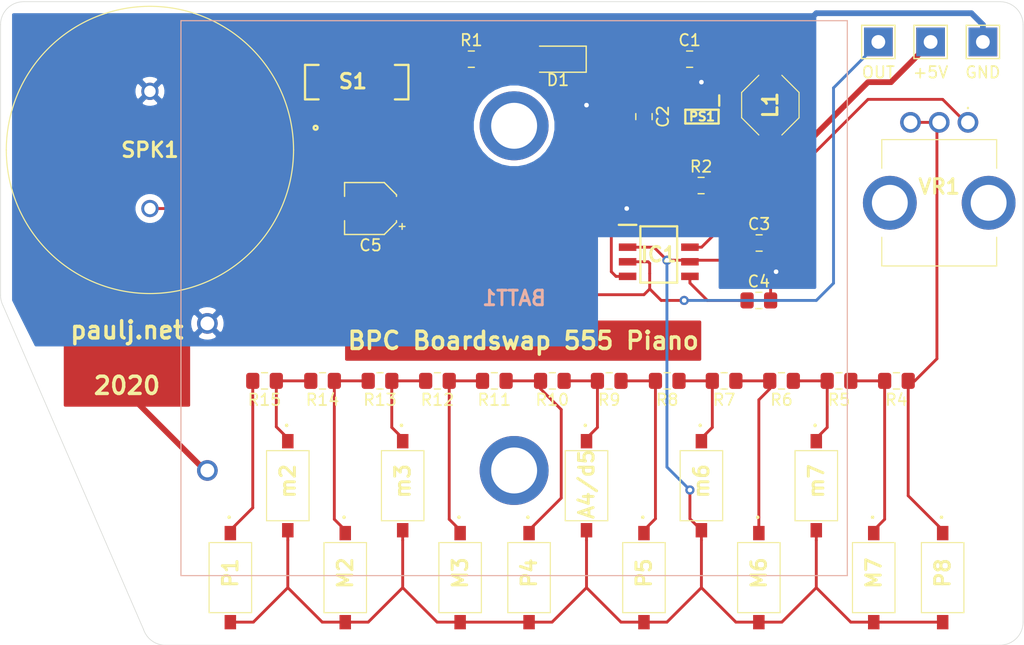
<source format=kicad_pcb>
(kicad_pcb (version 20171130) (host pcbnew "(5.1.5)-3")

  (general
    (thickness 1.6)
    (drawings 12)
    (tracks 178)
    (zones 0)
    (modules 43)
    (nets 32)
  )

  (page A4)
  (layers
    (0 F.Cu signal)
    (31 B.Cu signal)
    (32 B.Adhes user hide)
    (33 F.Adhes user hide)
    (34 B.Paste user hide)
    (35 F.Paste user hide)
    (36 B.SilkS user)
    (37 F.SilkS user)
    (38 B.Mask user)
    (39 F.Mask user)
    (40 Dwgs.User user hide)
    (41 Cmts.User user hide)
    (42 Eco1.User user hide)
    (43 Eco2.User user hide)
    (44 Edge.Cuts user)
    (45 Margin user hide)
    (46 B.CrtYd user)
    (47 F.CrtYd user)
    (48 B.Fab user hide)
    (49 F.Fab user hide)
  )

  (setup
    (last_trace_width 0.25)
    (user_trace_width 0.5)
    (trace_clearance 0.000152)
    (zone_clearance 0.508)
    (zone_45_only no)
    (trace_min 0.000152)
    (via_size 0.8)
    (via_drill 0.4)
    (via_min_size 0.000686)
    (via_min_drill 0.00033)
    (uvia_size 0.000686)
    (uvia_drill 0.00033)
    (uvias_allowed no)
    (uvia_min_size 0)
    (uvia_min_drill 0)
    (edge_width 0.05)
    (segment_width 0.2)
    (pcb_text_width 0.3)
    (pcb_text_size 1.5 1.5)
    (mod_edge_width 0.12)
    (mod_text_size 1 1)
    (mod_text_width 0.15)
    (pad_size 1.524 1.524)
    (pad_drill 0.762)
    (pad_to_mask_clearance 0.051)
    (solder_mask_min_width 0.25)
    (aux_axis_origin 0 0)
    (visible_elements 7FFFFFFF)
    (pcbplotparams
      (layerselection 0x010f0_ffffffff)
      (usegerberextensions true)
      (usegerberattributes false)
      (usegerberadvancedattributes false)
      (creategerberjobfile false)
      (excludeedgelayer true)
      (linewidth 0.100000)
      (plotframeref false)
      (viasonmask false)
      (mode 1)
      (useauxorigin false)
      (hpglpennumber 1)
      (hpglpenspeed 20)
      (hpglpendiameter 15.000000)
      (psnegative false)
      (psa4output false)
      (plotreference true)
      (plotvalue true)
      (plotinvisibletext false)
      (padsonsilk false)
      (subtractmaskfromsilk false)
      (outputformat 1)
      (mirror false)
      (drillshape 0)
      (scaleselection 1)
      (outputdirectory "gerbers"))
  )

  (net 0 "")
  (net 1 "Net-(IC1-Pad7)")
  (net 2 "Net-(R1-Pad1)")
  (net 3 "Net-(BATT1-PadMH2)")
  (net 4 "Net-(BATT1-PadMH1)")
  (net 5 GND)
  (net 6 "Net-(BATT1-Pad2)")
  (net 7 "Net-(C1-Pad1)")
  (net 8 "Net-(D1-Pad2)")
  (net 9 "Net-(L1-Pad2)")
  (net 10 "Net-(S1-Pad6)")
  (net 11 "Net-(S1-Pad1)")
  (net 12 "Net-(C3-Pad1)")
  (net 13 "Net-(C4-Pad1)")
  (net 14 "Net-(C5-Pad2)")
  (net 15 "Net-(C5-Pad1)")
  (net 16 "Net-(C2-Pad2)")
  (net 17 "Net-(R4-Pad2)")
  (net 18 "Net-(R4-Pad1)")
  (net 19 "Net-(R5-Pad2)")
  (net 20 "Net-(R6-Pad2)")
  (net 21 "Net-(R7-Pad2)")
  (net 22 "Net-(R8-Pad2)")
  (net 23 "Net-(R10-Pad1)")
  (net 24 "Net-(R10-Pad2)")
  (net 25 "Net-(R11-Pad2)")
  (net 26 "Net-(R12-Pad2)")
  (net 27 "Net-(R13-Pad2)")
  (net 28 "Net-(R14-Pad2)")
  (net 29 "Net-(R15-Pad2)")
  (net 30 "Net-(VR1-PadMH2)")
  (net 31 "Net-(VR1-PadMH1)")

  (net_class Default "This is the default net class."
    (clearance 0.000152)
    (trace_width 0.25)
    (via_dia 0.8)
    (via_drill 0.4)
    (uvia_dia 0.000686)
    (uvia_drill 0.00033)
    (add_net GND)
    (add_net "Net-(BATT1-Pad2)")
    (add_net "Net-(BATT1-PadMH1)")
    (add_net "Net-(BATT1-PadMH2)")
    (add_net "Net-(C1-Pad1)")
    (add_net "Net-(C2-Pad2)")
    (add_net "Net-(C3-Pad1)")
    (add_net "Net-(C4-Pad1)")
    (add_net "Net-(C5-Pad1)")
    (add_net "Net-(C5-Pad2)")
    (add_net "Net-(D1-Pad2)")
    (add_net "Net-(IC1-Pad7)")
    (add_net "Net-(L1-Pad2)")
    (add_net "Net-(R1-Pad1)")
    (add_net "Net-(R10-Pad1)")
    (add_net "Net-(R10-Pad2)")
    (add_net "Net-(R11-Pad2)")
    (add_net "Net-(R12-Pad2)")
    (add_net "Net-(R13-Pad2)")
    (add_net "Net-(R14-Pad2)")
    (add_net "Net-(R15-Pad2)")
    (add_net "Net-(R4-Pad1)")
    (add_net "Net-(R4-Pad2)")
    (add_net "Net-(R5-Pad2)")
    (add_net "Net-(R6-Pad2)")
    (add_net "Net-(R7-Pad2)")
    (add_net "Net-(R8-Pad2)")
    (add_net "Net-(S1-Pad1)")
    (add_net "Net-(S1-Pad6)")
    (add_net "Net-(VR1-PadMH1)")
    (add_net "Net-(VR1-PadMH2)")
  )

  (module TestPoint:TestPoint_THTPad_2.5x2.5mm_Drill1.2mm (layer F.Cu) (tedit 5A0F774F) (tstamp 5E3949D7)
    (at 160.4 73.5 180)
    (descr "THT rectangular pad as test Point, square 2.5mm side length, hole diameter 1.2mm")
    (tags "test point THT pad rectangle square")
    (path /5E3A98BC)
    (attr virtual)
    (fp_text reference OUT (at 0 -2.648) (layer F.SilkS)
      (effects (font (size 1 1) (thickness 0.15)))
    )
    (fp_text value "OUT TestPoint" (at 0 2.25) (layer F.Fab)
      (effects (font (size 1 1) (thickness 0.15)))
    )
    (fp_line (start 1.75 1.75) (end -1.75 1.75) (layer F.CrtYd) (width 0.05))
    (fp_line (start 1.75 1.75) (end 1.75 -1.75) (layer F.CrtYd) (width 0.05))
    (fp_line (start -1.75 -1.75) (end -1.75 1.75) (layer F.CrtYd) (width 0.05))
    (fp_line (start -1.75 -1.75) (end 1.75 -1.75) (layer F.CrtYd) (width 0.05))
    (fp_line (start -1.45 1.45) (end -1.45 -1.45) (layer F.SilkS) (width 0.12))
    (fp_line (start 1.45 1.45) (end -1.45 1.45) (layer F.SilkS) (width 0.12))
    (fp_line (start 1.45 -1.45) (end 1.45 1.45) (layer F.SilkS) (width 0.12))
    (fp_line (start -1.45 -1.45) (end 1.45 -1.45) (layer F.SilkS) (width 0.12))
    (fp_text user %R (at 0 -2.15) (layer F.Fab)
      (effects (font (size 1 1) (thickness 0.15)))
    )
    (pad 1 thru_hole rect (at 0 0 180) (size 2.5 2.5) (drill 1.2) (layers *.Cu *.Mask)
      (net 15 "Net-(C5-Pad1)"))
  )

  (module TestPoint:TestPoint_THTPad_2.5x2.5mm_Drill1.2mm (layer F.Cu) (tedit 5A0F774F) (tstamp 5E3949FE)
    (at 164.95 73.5 180)
    (descr "THT rectangular pad as test Point, square 2.5mm side length, hole diameter 1.2mm")
    (tags "test point THT pad rectangle square")
    (path /5E3A590C)
    (attr virtual)
    (fp_text reference +5V (at 0 -2.648) (layer F.SilkS)
      (effects (font (size 1 1) (thickness 0.15)))
    )
    (fp_text value "+5V TestPoint" (at 0 2.25) (layer F.Fab)
      (effects (font (size 1 1) (thickness 0.15)))
    )
    (fp_line (start 1.75 1.75) (end -1.75 1.75) (layer F.CrtYd) (width 0.05))
    (fp_line (start 1.75 1.75) (end 1.75 -1.75) (layer F.CrtYd) (width 0.05))
    (fp_line (start -1.75 -1.75) (end -1.75 1.75) (layer F.CrtYd) (width 0.05))
    (fp_line (start -1.75 -1.75) (end 1.75 -1.75) (layer F.CrtYd) (width 0.05))
    (fp_line (start -1.45 1.45) (end -1.45 -1.45) (layer F.SilkS) (width 0.12))
    (fp_line (start 1.45 1.45) (end -1.45 1.45) (layer F.SilkS) (width 0.12))
    (fp_line (start 1.45 -1.45) (end 1.45 1.45) (layer F.SilkS) (width 0.12))
    (fp_line (start -1.45 -1.45) (end 1.45 -1.45) (layer F.SilkS) (width 0.12))
    (fp_text user %R (at 0 -2.15) (layer F.Fab)
      (effects (font (size 1 1) (thickness 0.15)))
    )
    (pad 1 thru_hole rect (at 0 0 180) (size 2.5 2.5) (drill 1.2) (layers *.Cu *.Mask)
      (net 16 "Net-(C2-Pad2)"))
  )

  (module TestPoint:TestPoint_THTPad_2.5x2.5mm_Drill1.2mm (layer F.Cu) (tedit 5A0F774F) (tstamp 5E39497A)
    (at 169.5 73.5 180)
    (descr "THT rectangular pad as test Point, square 2.5mm side length, hole diameter 1.2mm")
    (tags "test point THT pad rectangle square")
    (path /5E39D45A)
    (attr virtual)
    (fp_text reference GND (at 0 -2.648) (layer F.SilkS)
      (effects (font (size 1 1) (thickness 0.15)))
    )
    (fp_text value "GND TestPoint" (at 0 2.25) (layer F.Fab)
      (effects (font (size 1 1) (thickness 0.15)))
    )
    (fp_line (start 1.75 1.75) (end -1.75 1.75) (layer F.CrtYd) (width 0.05))
    (fp_line (start 1.75 1.75) (end 1.75 -1.75) (layer F.CrtYd) (width 0.05))
    (fp_line (start -1.75 -1.75) (end -1.75 1.75) (layer F.CrtYd) (width 0.05))
    (fp_line (start -1.75 -1.75) (end 1.75 -1.75) (layer F.CrtYd) (width 0.05))
    (fp_line (start -1.45 1.45) (end -1.45 -1.45) (layer F.SilkS) (width 0.12))
    (fp_line (start 1.45 1.45) (end -1.45 1.45) (layer F.SilkS) (width 0.12))
    (fp_line (start 1.45 -1.45) (end 1.45 1.45) (layer F.SilkS) (width 0.12))
    (fp_line (start -1.45 -1.45) (end 1.45 -1.45) (layer F.SilkS) (width 0.12))
    (fp_text user %R (at 0 -2.15) (layer F.Fab)
      (effects (font (size 1 1) (thickness 0.15)))
    )
    (pad 1 thru_hole rect (at 0 0 180) (size 2.5 2.5) (drill 1.2) (layers *.Cu *.Mask)
      (net 5 GND))
  )

  (module LibraryLoader:12BH331PGR (layer B.Cu) (tedit 0) (tstamp 5E332257)
    (at 102 98 180)
    (descr 12BH331P-GR-1)
    (tags "Undefined or Miscellaneous")
    (path /5E1BC1C9)
    (fp_text reference BATT1 (at -26.7 2.2) (layer B.SilkS)
      (effects (font (size 1.27 1.27) (thickness 0.254)) (justify mirror))
    )
    (fp_text value 12BH331P-GR (at -26.7 2.2) (layer B.Fab) hide
      (effects (font (size 1.27 1.27) (thickness 0.254)) (justify mirror))
    )
    (fp_line (start -56.2 -22.45) (end -56.2 26.85) (layer B.CrtYd) (width 0.1))
    (fp_line (start 2.8 -22.45) (end -56.2 -22.45) (layer B.CrtYd) (width 0.1))
    (fp_line (start 2.8 26.85) (end 2.8 -22.45) (layer B.CrtYd) (width 0.1))
    (fp_line (start -56.2 26.85) (end 2.8 26.85) (layer B.CrtYd) (width 0.1))
    (fp_line (start -55.7 -21.95) (end -55.7 26.35) (layer B.SilkS) (width 0.1))
    (fp_line (start 2.3 -21.95) (end -55.7 -21.95) (layer B.SilkS) (width 0.1))
    (fp_line (start 2.3 26.35) (end 2.3 -21.95) (layer B.SilkS) (width 0.1))
    (fp_line (start -55.7 26.35) (end 2.3 26.35) (layer B.SilkS) (width 0.1))
    (fp_line (start -55.7 -21.95) (end -55.7 26.35) (layer B.Fab) (width 0.2))
    (fp_line (start 2.3 -21.95) (end -55.7 -21.95) (layer B.Fab) (width 0.2))
    (fp_line (start 2.3 26.35) (end 2.3 -21.95) (layer B.Fab) (width 0.2))
    (fp_line (start -55.7 26.35) (end 2.3 26.35) (layer B.Fab) (width 0.2))
    (fp_text user %R (at -26.7 2.2) (layer B.Fab)
      (effects (font (size 1.27 1.27) (thickness 0.254)) (justify mirror))
    )
    (pad MH2 thru_hole circle (at -26.7 -12.8 180) (size 6 6) (drill 4) (layers *.Cu *.Mask)
      (net 3 "Net-(BATT1-PadMH2)"))
    (pad MH1 thru_hole circle (at -26.7 17.2 180) (size 6 6) (drill 4) (layers *.Cu *.Mask)
      (net 4 "Net-(BATT1-PadMH1)"))
    (pad 2 thru_hole circle (at 0 -12.8 180) (size 1.8 1.8) (drill 1.2) (layers *.Cu *.Mask)
      (net 6 "Net-(BATT1-Pad2)"))
    (pad 1 thru_hole circle (at 0 0 180) (size 1.8 1.8) (drill 1.2) (layers *.Cu *.Mask)
      (net 5 GND))
    (model C:\Users\pa.jeffrey\LibraryLoader\SamacSys_Parts.3dshapes\12BH331P-GR.stp
      (at (xyz 0 0 0))
      (scale (xyz 1 1 1))
      (rotate (xyz 0 0 0))
    )
  )

  (module LibraryLoader:PTS636SM25SMTRLFS (layer F.Cu) (tedit 5E30A76C) (tstamp 5E37CDD1)
    (at 104 120.125 270)
    (descr "PTS636 SM25 SMTR LFS-2")
    (tags Switch)
    (path /5E358FC3)
    (attr smd)
    (fp_text reference SW14 (at -0.4 0 90) (layer F.Fab)
      (effects (font (size 1.27 1.27) (thickness 0.254)))
    )
    (fp_text value P1 (at -0.4 0 90) (layer F.SilkS)
      (effects (font (size 1.27 1.27) (thickness 0.254)))
    )
    (fp_arc (start -5.25 0.1) (end -5.3 0.1) (angle -180) (layer F.SilkS) (width 0.2))
    (fp_arc (start -5.25 0.1) (end -5.2 0.1) (angle -180) (layer F.SilkS) (width 0.2))
    (fp_arc (start -5.25 0.1) (end -5.3 0.1) (angle -180) (layer F.SilkS) (width 0.2))
    (fp_line (start -5.3 0.1) (end -5.3 0.1) (layer F.SilkS) (width 0.2))
    (fp_line (start -5.2 0.1) (end -5.2 0.1) (layer F.SilkS) (width 0.2))
    (fp_line (start -5.3 0.1) (end -5.3 0.1) (layer F.SilkS) (width 0.2))
    (fp_line (start -6.3 2.85) (end -6.3 -2.85) (layer F.CrtYd) (width 0.1))
    (fp_line (start 5.5 2.85) (end -6.3 2.85) (layer F.CrtYd) (width 0.1))
    (fp_line (start 5.5 -2.85) (end 5.5 2.85) (layer F.CrtYd) (width 0.1))
    (fp_line (start -6.3 -2.85) (end 5.5 -2.85) (layer F.CrtYd) (width 0.1))
    (fp_line (start -3.05 1.85) (end -3.05 -1.85) (layer F.SilkS) (width 0.1))
    (fp_line (start 3.05 1.85) (end -3.05 1.85) (layer F.SilkS) (width 0.1))
    (fp_line (start 3.05 -1.85) (end 3.05 1.85) (layer F.SilkS) (width 0.1))
    (fp_line (start -3.05 -1.85) (end 3.05 -1.85) (layer F.SilkS) (width 0.1))
    (fp_line (start -3.05 -1.85) (end -3.05 1.85) (layer F.Fab) (width 0.2))
    (fp_line (start 3.05 -1.85) (end -3.05 -1.85) (layer F.Fab) (width 0.2))
    (fp_line (start 3.05 1.85) (end 3.05 -1.85) (layer F.Fab) (width 0.2))
    (fp_line (start -3.05 1.85) (end 3.05 1.85) (layer F.Fab) (width 0.2))
    (fp_text user %R (at -0.4 0 90) (layer F.Fab)
      (effects (font (size 1.27 1.27) (thickness 0.254)))
    )
    (pad 2 smd rect (at 3.875 0) (size 1 1.25) (layers F.Cu F.Paste F.Mask)
      (net 12 "Net-(C3-Pad1)"))
    (pad 1 smd rect (at -3.875 0) (size 1 1.25) (layers F.Cu F.Paste F.Mask)
      (net 29 "Net-(R15-Pad2)"))
    (model ${KIPRJMOD}/parts/PTS636SM43SMTRLFS.stp
      (at (xyz 0 0 0))
      (scale (xyz 1 1 1))
      (rotate (xyz 0 0 0))
    )
  )

  (module LibraryLoader:PTS636SM25SMTRLFS (layer F.Cu) (tedit 5E30A76C) (tstamp 5E37CD89)
    (at 114 120.125 270)
    (descr "PTS636 SM25 SMTR LFS-2")
    (tags Switch)
    (path /5E350DC5)
    (attr smd)
    (fp_text reference SW12 (at -0.4 0 90) (layer F.Fab)
      (effects (font (size 1.27 1.27) (thickness 0.254)))
    )
    (fp_text value M2 (at -0.4 0 90) (layer F.SilkS)
      (effects (font (size 1.27 1.27) (thickness 0.254)))
    )
    (fp_arc (start -5.25 0.1) (end -5.3 0.1) (angle -180) (layer F.SilkS) (width 0.2))
    (fp_arc (start -5.25 0.1) (end -5.2 0.1) (angle -180) (layer F.SilkS) (width 0.2))
    (fp_arc (start -5.25 0.1) (end -5.3 0.1) (angle -180) (layer F.SilkS) (width 0.2))
    (fp_line (start -5.3 0.1) (end -5.3 0.1) (layer F.SilkS) (width 0.2))
    (fp_line (start -5.2 0.1) (end -5.2 0.1) (layer F.SilkS) (width 0.2))
    (fp_line (start -5.3 0.1) (end -5.3 0.1) (layer F.SilkS) (width 0.2))
    (fp_line (start -6.3 2.85) (end -6.3 -2.85) (layer F.CrtYd) (width 0.1))
    (fp_line (start 5.5 2.85) (end -6.3 2.85) (layer F.CrtYd) (width 0.1))
    (fp_line (start 5.5 -2.85) (end 5.5 2.85) (layer F.CrtYd) (width 0.1))
    (fp_line (start -6.3 -2.85) (end 5.5 -2.85) (layer F.CrtYd) (width 0.1))
    (fp_line (start -3.05 1.85) (end -3.05 -1.85) (layer F.SilkS) (width 0.1))
    (fp_line (start 3.05 1.85) (end -3.05 1.85) (layer F.SilkS) (width 0.1))
    (fp_line (start 3.05 -1.85) (end 3.05 1.85) (layer F.SilkS) (width 0.1))
    (fp_line (start -3.05 -1.85) (end 3.05 -1.85) (layer F.SilkS) (width 0.1))
    (fp_line (start -3.05 -1.85) (end -3.05 1.85) (layer F.Fab) (width 0.2))
    (fp_line (start 3.05 -1.85) (end -3.05 -1.85) (layer F.Fab) (width 0.2))
    (fp_line (start 3.05 1.85) (end 3.05 -1.85) (layer F.Fab) (width 0.2))
    (fp_line (start -3.05 1.85) (end 3.05 1.85) (layer F.Fab) (width 0.2))
    (fp_text user %R (at -0.4 0 90) (layer F.Fab)
      (effects (font (size 1.27 1.27) (thickness 0.254)))
    )
    (pad 2 smd rect (at 3.875 0) (size 1 1.25) (layers F.Cu F.Paste F.Mask)
      (net 12 "Net-(C3-Pad1)"))
    (pad 1 smd rect (at -3.875 0) (size 1 1.25) (layers F.Cu F.Paste F.Mask)
      (net 27 "Net-(R13-Pad2)"))
    (model ${KIPRJMOD}/parts/PTS636SM43SMTRLFS.stp
      (at (xyz 0 0 0))
      (scale (xyz 1 1 1))
      (rotate (xyz 0 0 0))
    )
  )

  (module LibraryLoader:PTS636SM25SMTRLFS (layer F.Cu) (tedit 5E30A76C) (tstamp 5E37D011)
    (at 124 120.125 270)
    (descr "PTS636 SM25 SMTR LFS-2")
    (tags Switch)
    (path /5E346B17)
    (attr smd)
    (fp_text reference SW10 (at -0.4 0 90) (layer F.Fab)
      (effects (font (size 1.27 1.27) (thickness 0.254)))
    )
    (fp_text value M3 (at -0.4 0 90) (layer F.SilkS)
      (effects (font (size 1.27 1.27) (thickness 0.254)))
    )
    (fp_arc (start -5.25 0.1) (end -5.3 0.1) (angle -180) (layer F.SilkS) (width 0.2))
    (fp_arc (start -5.25 0.1) (end -5.2 0.1) (angle -180) (layer F.SilkS) (width 0.2))
    (fp_arc (start -5.25 0.1) (end -5.3 0.1) (angle -180) (layer F.SilkS) (width 0.2))
    (fp_line (start -5.3 0.1) (end -5.3 0.1) (layer F.SilkS) (width 0.2))
    (fp_line (start -5.2 0.1) (end -5.2 0.1) (layer F.SilkS) (width 0.2))
    (fp_line (start -5.3 0.1) (end -5.3 0.1) (layer F.SilkS) (width 0.2))
    (fp_line (start -6.3 2.85) (end -6.3 -2.85) (layer F.CrtYd) (width 0.1))
    (fp_line (start 5.5 2.85) (end -6.3 2.85) (layer F.CrtYd) (width 0.1))
    (fp_line (start 5.5 -2.85) (end 5.5 2.85) (layer F.CrtYd) (width 0.1))
    (fp_line (start -6.3 -2.85) (end 5.5 -2.85) (layer F.CrtYd) (width 0.1))
    (fp_line (start -3.05 1.85) (end -3.05 -1.85) (layer F.SilkS) (width 0.1))
    (fp_line (start 3.05 1.85) (end -3.05 1.85) (layer F.SilkS) (width 0.1))
    (fp_line (start 3.05 -1.85) (end 3.05 1.85) (layer F.SilkS) (width 0.1))
    (fp_line (start -3.05 -1.85) (end 3.05 -1.85) (layer F.SilkS) (width 0.1))
    (fp_line (start -3.05 -1.85) (end -3.05 1.85) (layer F.Fab) (width 0.2))
    (fp_line (start 3.05 -1.85) (end -3.05 -1.85) (layer F.Fab) (width 0.2))
    (fp_line (start 3.05 1.85) (end 3.05 -1.85) (layer F.Fab) (width 0.2))
    (fp_line (start -3.05 1.85) (end 3.05 1.85) (layer F.Fab) (width 0.2))
    (fp_text user %R (at -0.4 0 90) (layer F.Fab)
      (effects (font (size 1.27 1.27) (thickness 0.254)))
    )
    (pad 2 smd rect (at 3.875 0) (size 1 1.25) (layers F.Cu F.Paste F.Mask)
      (net 12 "Net-(C3-Pad1)"))
    (pad 1 smd rect (at -3.875 0) (size 1 1.25) (layers F.Cu F.Paste F.Mask)
      (net 25 "Net-(R11-Pad2)"))
    (model ${KIPRJMOD}/parts/PTS636SM43SMTRLFS.stp
      (at (xyz 0 0 0))
      (scale (xyz 1 1 1))
      (rotate (xyz 0 0 0))
    )
  )

  (module LibraryLoader:PTS636SM25SMTRLFS (layer F.Cu) (tedit 5E30A76C) (tstamp 5E37CEF1)
    (at 130 120.125 270)
    (descr "PTS636 SM25 SMTR LFS-2")
    (tags Switch)
    (path /5E33C14A)
    (attr smd)
    (fp_text reference SW9 (at -0.4 0 90) (layer F.Fab)
      (effects (font (size 1.27 1.27) (thickness 0.254)))
    )
    (fp_text value P4 (at -0.4 0 90) (layer F.SilkS)
      (effects (font (size 1.27 1.27) (thickness 0.254)))
    )
    (fp_arc (start -5.25 0.1) (end -5.3 0.1) (angle -180) (layer F.SilkS) (width 0.2))
    (fp_arc (start -5.25 0.1) (end -5.2 0.1) (angle -180) (layer F.SilkS) (width 0.2))
    (fp_arc (start -5.25 0.1) (end -5.3 0.1) (angle -180) (layer F.SilkS) (width 0.2))
    (fp_line (start -5.3 0.1) (end -5.3 0.1) (layer F.SilkS) (width 0.2))
    (fp_line (start -5.2 0.1) (end -5.2 0.1) (layer F.SilkS) (width 0.2))
    (fp_line (start -5.3 0.1) (end -5.3 0.1) (layer F.SilkS) (width 0.2))
    (fp_line (start -6.3 2.85) (end -6.3 -2.85) (layer F.CrtYd) (width 0.1))
    (fp_line (start 5.5 2.85) (end -6.3 2.85) (layer F.CrtYd) (width 0.1))
    (fp_line (start 5.5 -2.85) (end 5.5 2.85) (layer F.CrtYd) (width 0.1))
    (fp_line (start -6.3 -2.85) (end 5.5 -2.85) (layer F.CrtYd) (width 0.1))
    (fp_line (start -3.05 1.85) (end -3.05 -1.85) (layer F.SilkS) (width 0.1))
    (fp_line (start 3.05 1.85) (end -3.05 1.85) (layer F.SilkS) (width 0.1))
    (fp_line (start 3.05 -1.85) (end 3.05 1.85) (layer F.SilkS) (width 0.1))
    (fp_line (start -3.05 -1.85) (end 3.05 -1.85) (layer F.SilkS) (width 0.1))
    (fp_line (start -3.05 -1.85) (end -3.05 1.85) (layer F.Fab) (width 0.2))
    (fp_line (start 3.05 -1.85) (end -3.05 -1.85) (layer F.Fab) (width 0.2))
    (fp_line (start 3.05 1.85) (end 3.05 -1.85) (layer F.Fab) (width 0.2))
    (fp_line (start -3.05 1.85) (end 3.05 1.85) (layer F.Fab) (width 0.2))
    (fp_text user %R (at -0.4 0 90) (layer F.Fab)
      (effects (font (size 1.27 1.27) (thickness 0.254)))
    )
    (pad 2 smd rect (at 3.875 0) (size 1 1.25) (layers F.Cu F.Paste F.Mask)
      (net 12 "Net-(C3-Pad1)"))
    (pad 1 smd rect (at -3.875 0) (size 1 1.25) (layers F.Cu F.Paste F.Mask)
      (net 24 "Net-(R10-Pad2)"))
    (model ${KIPRJMOD}/parts/PTS636SM43SMTRLFS.stp
      (at (xyz 0 0 0))
      (scale (xyz 1 1 1))
      (rotate (xyz 0 0 0))
    )
  )

  (module LibraryLoader:PTS636SM25SMTRLFS (layer F.Cu) (tedit 5E30A76C) (tstamp 5E37D059)
    (at 140 120.125 270)
    (descr "PTS636 SM25 SMTR LFS-2")
    (tags Switch)
    (path /5E335FB0)
    (attr smd)
    (fp_text reference SW7 (at -0.4 0 90) (layer F.Fab)
      (effects (font (size 1.27 1.27) (thickness 0.254)))
    )
    (fp_text value P5 (at -0.4 0 90) (layer F.SilkS)
      (effects (font (size 1.27 1.27) (thickness 0.254)))
    )
    (fp_arc (start -5.25 0.1) (end -5.3 0.1) (angle -180) (layer F.SilkS) (width 0.2))
    (fp_arc (start -5.25 0.1) (end -5.2 0.1) (angle -180) (layer F.SilkS) (width 0.2))
    (fp_arc (start -5.25 0.1) (end -5.3 0.1) (angle -180) (layer F.SilkS) (width 0.2))
    (fp_line (start -5.3 0.1) (end -5.3 0.1) (layer F.SilkS) (width 0.2))
    (fp_line (start -5.2 0.1) (end -5.2 0.1) (layer F.SilkS) (width 0.2))
    (fp_line (start -5.3 0.1) (end -5.3 0.1) (layer F.SilkS) (width 0.2))
    (fp_line (start -6.3 2.85) (end -6.3 -2.85) (layer F.CrtYd) (width 0.1))
    (fp_line (start 5.5 2.85) (end -6.3 2.85) (layer F.CrtYd) (width 0.1))
    (fp_line (start 5.5 -2.85) (end 5.5 2.85) (layer F.CrtYd) (width 0.1))
    (fp_line (start -6.3 -2.85) (end 5.5 -2.85) (layer F.CrtYd) (width 0.1))
    (fp_line (start -3.05 1.85) (end -3.05 -1.85) (layer F.SilkS) (width 0.1))
    (fp_line (start 3.05 1.85) (end -3.05 1.85) (layer F.SilkS) (width 0.1))
    (fp_line (start 3.05 -1.85) (end 3.05 1.85) (layer F.SilkS) (width 0.1))
    (fp_line (start -3.05 -1.85) (end 3.05 -1.85) (layer F.SilkS) (width 0.1))
    (fp_line (start -3.05 -1.85) (end -3.05 1.85) (layer F.Fab) (width 0.2))
    (fp_line (start 3.05 -1.85) (end -3.05 -1.85) (layer F.Fab) (width 0.2))
    (fp_line (start 3.05 1.85) (end 3.05 -1.85) (layer F.Fab) (width 0.2))
    (fp_line (start -3.05 1.85) (end 3.05 1.85) (layer F.Fab) (width 0.2))
    (fp_text user %R (at -0.4 0 90) (layer F.Fab)
      (effects (font (size 1.27 1.27) (thickness 0.254)))
    )
    (pad 2 smd rect (at 3.875 0) (size 1 1.25) (layers F.Cu F.Paste F.Mask)
      (net 12 "Net-(C3-Pad1)"))
    (pad 1 smd rect (at -3.875 0) (size 1 1.25) (layers F.Cu F.Paste F.Mask)
      (net 22 "Net-(R8-Pad2)"))
    (model ${KIPRJMOD}/parts/PTS636SM43SMTRLFS.stp
      (at (xyz 0 0 0))
      (scale (xyz 1 1 1))
      (rotate (xyz 0 0 0))
    )
  )

  (module LibraryLoader:PTS636SM25SMTRLFS (layer F.Cu) (tedit 5E30A76C) (tstamp 5E37CF39)
    (at 150 120.125 270)
    (descr "PTS636 SM25 SMTR LFS-2")
    (tags Switch)
    (path /5E330A28)
    (attr smd)
    (fp_text reference SW5 (at -0.4 0 90) (layer F.Fab)
      (effects (font (size 1.27 1.27) (thickness 0.254)))
    )
    (fp_text value M6 (at -0.4 0 90) (layer F.SilkS)
      (effects (font (size 1.27 1.27) (thickness 0.254)))
    )
    (fp_arc (start -5.25 0.1) (end -5.3 0.1) (angle -180) (layer F.SilkS) (width 0.2))
    (fp_arc (start -5.25 0.1) (end -5.2 0.1) (angle -180) (layer F.SilkS) (width 0.2))
    (fp_arc (start -5.25 0.1) (end -5.3 0.1) (angle -180) (layer F.SilkS) (width 0.2))
    (fp_line (start -5.3 0.1) (end -5.3 0.1) (layer F.SilkS) (width 0.2))
    (fp_line (start -5.2 0.1) (end -5.2 0.1) (layer F.SilkS) (width 0.2))
    (fp_line (start -5.3 0.1) (end -5.3 0.1) (layer F.SilkS) (width 0.2))
    (fp_line (start -6.3 2.85) (end -6.3 -2.85) (layer F.CrtYd) (width 0.1))
    (fp_line (start 5.5 2.85) (end -6.3 2.85) (layer F.CrtYd) (width 0.1))
    (fp_line (start 5.5 -2.85) (end 5.5 2.85) (layer F.CrtYd) (width 0.1))
    (fp_line (start -6.3 -2.85) (end 5.5 -2.85) (layer F.CrtYd) (width 0.1))
    (fp_line (start -3.05 1.85) (end -3.05 -1.85) (layer F.SilkS) (width 0.1))
    (fp_line (start 3.05 1.85) (end -3.05 1.85) (layer F.SilkS) (width 0.1))
    (fp_line (start 3.05 -1.85) (end 3.05 1.85) (layer F.SilkS) (width 0.1))
    (fp_line (start -3.05 -1.85) (end 3.05 -1.85) (layer F.SilkS) (width 0.1))
    (fp_line (start -3.05 -1.85) (end -3.05 1.85) (layer F.Fab) (width 0.2))
    (fp_line (start 3.05 -1.85) (end -3.05 -1.85) (layer F.Fab) (width 0.2))
    (fp_line (start 3.05 1.85) (end 3.05 -1.85) (layer F.Fab) (width 0.2))
    (fp_line (start -3.05 1.85) (end 3.05 1.85) (layer F.Fab) (width 0.2))
    (fp_text user %R (at -0.4 0 90) (layer F.Fab)
      (effects (font (size 1.27 1.27) (thickness 0.254)))
    )
    (pad 2 smd rect (at 3.875 0) (size 1 1.25) (layers F.Cu F.Paste F.Mask)
      (net 12 "Net-(C3-Pad1)"))
    (pad 1 smd rect (at -3.875 0) (size 1 1.25) (layers F.Cu F.Paste F.Mask)
      (net 20 "Net-(R6-Pad2)"))
    (model ${KIPRJMOD}/parts/PTS636SM43SMTRLFS.stp
      (at (xyz 0 0 0))
      (scale (xyz 1 1 1))
      (rotate (xyz 0 0 0))
    )
  )

  (module LibraryLoader:PTS636SM25SMTRLFS (layer F.Cu) (tedit 5E30A76C) (tstamp 5E37CE19)
    (at 160 120.125 270)
    (descr "PTS636 SM25 SMTR LFS-2")
    (tags Switch)
    (path /5E328243)
    (attr smd)
    (fp_text reference SW3 (at -0.4 0 90) (layer F.Fab)
      (effects (font (size 1.27 1.27) (thickness 0.254)))
    )
    (fp_text value M7 (at -0.4 0 90) (layer F.SilkS)
      (effects (font (size 1.27 1.27) (thickness 0.254)))
    )
    (fp_arc (start -5.25 0.1) (end -5.3 0.1) (angle -180) (layer F.SilkS) (width 0.2))
    (fp_arc (start -5.25 0.1) (end -5.2 0.1) (angle -180) (layer F.SilkS) (width 0.2))
    (fp_arc (start -5.25 0.1) (end -5.3 0.1) (angle -180) (layer F.SilkS) (width 0.2))
    (fp_line (start -5.3 0.1) (end -5.3 0.1) (layer F.SilkS) (width 0.2))
    (fp_line (start -5.2 0.1) (end -5.2 0.1) (layer F.SilkS) (width 0.2))
    (fp_line (start -5.3 0.1) (end -5.3 0.1) (layer F.SilkS) (width 0.2))
    (fp_line (start -6.3 2.85) (end -6.3 -2.85) (layer F.CrtYd) (width 0.1))
    (fp_line (start 5.5 2.85) (end -6.3 2.85) (layer F.CrtYd) (width 0.1))
    (fp_line (start 5.5 -2.85) (end 5.5 2.85) (layer F.CrtYd) (width 0.1))
    (fp_line (start -6.3 -2.85) (end 5.5 -2.85) (layer F.CrtYd) (width 0.1))
    (fp_line (start -3.05 1.85) (end -3.05 -1.85) (layer F.SilkS) (width 0.1))
    (fp_line (start 3.05 1.85) (end -3.05 1.85) (layer F.SilkS) (width 0.1))
    (fp_line (start 3.05 -1.85) (end 3.05 1.85) (layer F.SilkS) (width 0.1))
    (fp_line (start -3.05 -1.85) (end 3.05 -1.85) (layer F.SilkS) (width 0.1))
    (fp_line (start -3.05 -1.85) (end -3.05 1.85) (layer F.Fab) (width 0.2))
    (fp_line (start 3.05 -1.85) (end -3.05 -1.85) (layer F.Fab) (width 0.2))
    (fp_line (start 3.05 1.85) (end 3.05 -1.85) (layer F.Fab) (width 0.2))
    (fp_line (start -3.05 1.85) (end 3.05 1.85) (layer F.Fab) (width 0.2))
    (fp_text user %R (at -0.4 0 90) (layer F.Fab)
      (effects (font (size 1.27 1.27) (thickness 0.254)))
    )
    (pad 2 smd rect (at 3.875 0) (size 1 1.25) (layers F.Cu F.Paste F.Mask)
      (net 12 "Net-(C3-Pad1)"))
    (pad 1 smd rect (at -3.875 0) (size 1 1.25) (layers F.Cu F.Paste F.Mask)
      (net 17 "Net-(R4-Pad2)"))
    (model ${KIPRJMOD}/parts/PTS636SM43SMTRLFS.stp
      (at (xyz 0 0 0))
      (scale (xyz 1 1 1))
      (rotate (xyz 0 0 0))
    )
  )

  (module LibraryLoader:PTS636SM25SMTRLFS (layer F.Cu) (tedit 5E30A76C) (tstamp 5E37CFC9)
    (at 166 120.125 270)
    (descr "PTS636 SM25 SMTR LFS-2")
    (tags Switch)
    (path /5E3251CD)
    (attr smd)
    (fp_text reference SW2 (at -0.4 0 90) (layer F.Fab)
      (effects (font (size 1.27 1.27) (thickness 0.254)))
    )
    (fp_text value P8 (at -0.4 0 90) (layer F.SilkS)
      (effects (font (size 1.27 1.27) (thickness 0.254)))
    )
    (fp_arc (start -5.25 0.1) (end -5.3 0.1) (angle -180) (layer F.SilkS) (width 0.2))
    (fp_arc (start -5.25 0.1) (end -5.2 0.1) (angle -180) (layer F.SilkS) (width 0.2))
    (fp_arc (start -5.25 0.1) (end -5.3 0.1) (angle -180) (layer F.SilkS) (width 0.2))
    (fp_line (start -5.3 0.1) (end -5.3 0.1) (layer F.SilkS) (width 0.2))
    (fp_line (start -5.2 0.1) (end -5.2 0.1) (layer F.SilkS) (width 0.2))
    (fp_line (start -5.3 0.1) (end -5.3 0.1) (layer F.SilkS) (width 0.2))
    (fp_line (start -6.3 2.85) (end -6.3 -2.85) (layer F.CrtYd) (width 0.1))
    (fp_line (start 5.5 2.85) (end -6.3 2.85) (layer F.CrtYd) (width 0.1))
    (fp_line (start 5.5 -2.85) (end 5.5 2.85) (layer F.CrtYd) (width 0.1))
    (fp_line (start -6.3 -2.85) (end 5.5 -2.85) (layer F.CrtYd) (width 0.1))
    (fp_line (start -3.05 1.85) (end -3.05 -1.85) (layer F.SilkS) (width 0.1))
    (fp_line (start 3.05 1.85) (end -3.05 1.85) (layer F.SilkS) (width 0.1))
    (fp_line (start 3.05 -1.85) (end 3.05 1.85) (layer F.SilkS) (width 0.1))
    (fp_line (start -3.05 -1.85) (end 3.05 -1.85) (layer F.SilkS) (width 0.1))
    (fp_line (start -3.05 -1.85) (end -3.05 1.85) (layer F.Fab) (width 0.2))
    (fp_line (start 3.05 -1.85) (end -3.05 -1.85) (layer F.Fab) (width 0.2))
    (fp_line (start 3.05 1.85) (end 3.05 -1.85) (layer F.Fab) (width 0.2))
    (fp_line (start -3.05 1.85) (end 3.05 1.85) (layer F.Fab) (width 0.2))
    (fp_text user %R (at -0.4 0 90) (layer F.Fab)
      (effects (font (size 1.27 1.27) (thickness 0.254)))
    )
    (pad 2 smd rect (at 3.875 0) (size 1 1.25) (layers F.Cu F.Paste F.Mask)
      (net 12 "Net-(C3-Pad1)"))
    (pad 1 smd rect (at -3.875 0) (size 1 1.25) (layers F.Cu F.Paste F.Mask)
      (net 18 "Net-(R4-Pad1)"))
    (model ${KIPRJMOD}/parts/PTS636SM43SMTRLFS.stp
      (at (xyz 0 0 0))
      (scale (xyz 1 1 1))
      (rotate (xyz 0 0 0))
    )
  )

  (module LibraryLoader:PTS636SM25SMTRLFS (layer F.Cu) (tedit 5E30A76C) (tstamp 5E37CD41)
    (at 109 112.125 270)
    (descr "PTS636 SM25 SMTR LFS-2")
    (tags Switch)
    (path /5E354CD2)
    (attr smd)
    (fp_text reference SB13 (at -0.4 0 90) (layer F.Fab)
      (effects (font (size 1.27 1.27) (thickness 0.254)))
    )
    (fp_text value m2 (at -0.4 0 90) (layer F.SilkS)
      (effects (font (size 1.27 1.27) (thickness 0.254)))
    )
    (fp_arc (start -5.25 0.1) (end -5.3 0.1) (angle -180) (layer F.SilkS) (width 0.2))
    (fp_arc (start -5.25 0.1) (end -5.2 0.1) (angle -180) (layer F.SilkS) (width 0.2))
    (fp_arc (start -5.25 0.1) (end -5.3 0.1) (angle -180) (layer F.SilkS) (width 0.2))
    (fp_line (start -5.3 0.1) (end -5.3 0.1) (layer F.SilkS) (width 0.2))
    (fp_line (start -5.2 0.1) (end -5.2 0.1) (layer F.SilkS) (width 0.2))
    (fp_line (start -5.3 0.1) (end -5.3 0.1) (layer F.SilkS) (width 0.2))
    (fp_line (start -6.3 2.85) (end -6.3 -2.85) (layer F.CrtYd) (width 0.1))
    (fp_line (start 5.5 2.85) (end -6.3 2.85) (layer F.CrtYd) (width 0.1))
    (fp_line (start 5.5 -2.85) (end 5.5 2.85) (layer F.CrtYd) (width 0.1))
    (fp_line (start -6.3 -2.85) (end 5.5 -2.85) (layer F.CrtYd) (width 0.1))
    (fp_line (start -3.05 1.85) (end -3.05 -1.85) (layer F.SilkS) (width 0.1))
    (fp_line (start 3.05 1.85) (end -3.05 1.85) (layer F.SilkS) (width 0.1))
    (fp_line (start 3.05 -1.85) (end 3.05 1.85) (layer F.SilkS) (width 0.1))
    (fp_line (start -3.05 -1.85) (end 3.05 -1.85) (layer F.SilkS) (width 0.1))
    (fp_line (start -3.05 -1.85) (end -3.05 1.85) (layer F.Fab) (width 0.2))
    (fp_line (start 3.05 -1.85) (end -3.05 -1.85) (layer F.Fab) (width 0.2))
    (fp_line (start 3.05 1.85) (end 3.05 -1.85) (layer F.Fab) (width 0.2))
    (fp_line (start -3.05 1.85) (end 3.05 1.85) (layer F.Fab) (width 0.2))
    (fp_text user %R (at -0.4 0 90) (layer F.Fab)
      (effects (font (size 1.27 1.27) (thickness 0.254)))
    )
    (pad 2 smd rect (at 3.875 0) (size 1 1.25) (layers F.Cu F.Paste F.Mask)
      (net 12 "Net-(C3-Pad1)"))
    (pad 1 smd rect (at -3.875 0) (size 1 1.25) (layers F.Cu F.Paste F.Mask)
      (net 28 "Net-(R14-Pad2)"))
    (model ${KIPRJMOD}/parts/PTS636SM43SMTRLFS.stp
      (at (xyz 0 0 0))
      (scale (xyz 1 1 1))
      (rotate (xyz 0 0 0))
    )
  )

  (module LibraryLoader:PTS636SM25SMTRLFS (layer F.Cu) (tedit 5E30A76C) (tstamp 5E37CF81)
    (at 119 112.125 270)
    (descr "PTS636 SM25 SMTR LFS-2")
    (tags Switch)
    (path /5E34D441)
    (attr smd)
    (fp_text reference SB11 (at -0.4 0 90) (layer F.Fab)
      (effects (font (size 1.27 1.27) (thickness 0.254)))
    )
    (fp_text value m3 (at -0.4 0 90) (layer F.SilkS)
      (effects (font (size 1.27 1.27) (thickness 0.254)))
    )
    (fp_arc (start -5.25 0.1) (end -5.3 0.1) (angle -180) (layer F.SilkS) (width 0.2))
    (fp_arc (start -5.25 0.1) (end -5.2 0.1) (angle -180) (layer F.SilkS) (width 0.2))
    (fp_arc (start -5.25 0.1) (end -5.3 0.1) (angle -180) (layer F.SilkS) (width 0.2))
    (fp_line (start -5.3 0.1) (end -5.3 0.1) (layer F.SilkS) (width 0.2))
    (fp_line (start -5.2 0.1) (end -5.2 0.1) (layer F.SilkS) (width 0.2))
    (fp_line (start -5.3 0.1) (end -5.3 0.1) (layer F.SilkS) (width 0.2))
    (fp_line (start -6.3 2.85) (end -6.3 -2.85) (layer F.CrtYd) (width 0.1))
    (fp_line (start 5.5 2.85) (end -6.3 2.85) (layer F.CrtYd) (width 0.1))
    (fp_line (start 5.5 -2.85) (end 5.5 2.85) (layer F.CrtYd) (width 0.1))
    (fp_line (start -6.3 -2.85) (end 5.5 -2.85) (layer F.CrtYd) (width 0.1))
    (fp_line (start -3.05 1.85) (end -3.05 -1.85) (layer F.SilkS) (width 0.1))
    (fp_line (start 3.05 1.85) (end -3.05 1.85) (layer F.SilkS) (width 0.1))
    (fp_line (start 3.05 -1.85) (end 3.05 1.85) (layer F.SilkS) (width 0.1))
    (fp_line (start -3.05 -1.85) (end 3.05 -1.85) (layer F.SilkS) (width 0.1))
    (fp_line (start -3.05 -1.85) (end -3.05 1.85) (layer F.Fab) (width 0.2))
    (fp_line (start 3.05 -1.85) (end -3.05 -1.85) (layer F.Fab) (width 0.2))
    (fp_line (start 3.05 1.85) (end 3.05 -1.85) (layer F.Fab) (width 0.2))
    (fp_line (start -3.05 1.85) (end 3.05 1.85) (layer F.Fab) (width 0.2))
    (fp_text user %R (at -0.4 0 90) (layer F.Fab)
      (effects (font (size 1.27 1.27) (thickness 0.254)))
    )
    (pad 2 smd rect (at 3.875 0) (size 1 1.25) (layers F.Cu F.Paste F.Mask)
      (net 12 "Net-(C3-Pad1)"))
    (pad 1 smd rect (at -3.875 0) (size 1 1.25) (layers F.Cu F.Paste F.Mask)
      (net 26 "Net-(R12-Pad2)"))
    (model ${KIPRJMOD}/parts/PTS636SM43SMTRLFS.stp
      (at (xyz 0 0 0))
      (scale (xyz 1 1 1))
      (rotate (xyz 0 0 0))
    )
  )

  (module LibraryLoader:PTS636SM25SMTRLFS (layer F.Cu) (tedit 5E30A76C) (tstamp 5E37CE61)
    (at 135 112.125 270)
    (descr "PTS636 SM25 SMTR LFS-2")
    (tags Switch)
    (path /5E3394BC)
    (attr smd)
    (fp_text reference SB8 (at -0.4 0 90) (layer F.Fab)
      (effects (font (size 1.27 1.27) (thickness 0.254)))
    )
    (fp_text value A4/d5 (at -0.125 0 90) (layer F.SilkS)
      (effects (font (size 1.27 1.27) (thickness 0.254)))
    )
    (fp_arc (start -5.25 0.1) (end -5.3 0.1) (angle -180) (layer F.SilkS) (width 0.2))
    (fp_arc (start -5.25 0.1) (end -5.2 0.1) (angle -180) (layer F.SilkS) (width 0.2))
    (fp_arc (start -5.25 0.1) (end -5.3 0.1) (angle -180) (layer F.SilkS) (width 0.2))
    (fp_line (start -5.3 0.1) (end -5.3 0.1) (layer F.SilkS) (width 0.2))
    (fp_line (start -5.2 0.1) (end -5.2 0.1) (layer F.SilkS) (width 0.2))
    (fp_line (start -5.3 0.1) (end -5.3 0.1) (layer F.SilkS) (width 0.2))
    (fp_line (start -6.3 2.85) (end -6.3 -2.85) (layer F.CrtYd) (width 0.1))
    (fp_line (start 5.5 2.85) (end -6.3 2.85) (layer F.CrtYd) (width 0.1))
    (fp_line (start 5.5 -2.85) (end 5.5 2.85) (layer F.CrtYd) (width 0.1))
    (fp_line (start -6.3 -2.85) (end 5.5 -2.85) (layer F.CrtYd) (width 0.1))
    (fp_line (start -3.05 1.85) (end -3.05 -1.85) (layer F.SilkS) (width 0.1))
    (fp_line (start 3.05 1.85) (end -3.05 1.85) (layer F.SilkS) (width 0.1))
    (fp_line (start 3.05 -1.85) (end 3.05 1.85) (layer F.SilkS) (width 0.1))
    (fp_line (start -3.05 -1.85) (end 3.05 -1.85) (layer F.SilkS) (width 0.1))
    (fp_line (start -3.05 -1.85) (end -3.05 1.85) (layer F.Fab) (width 0.2))
    (fp_line (start 3.05 -1.85) (end -3.05 -1.85) (layer F.Fab) (width 0.2))
    (fp_line (start 3.05 1.85) (end 3.05 -1.85) (layer F.Fab) (width 0.2))
    (fp_line (start -3.05 1.85) (end 3.05 1.85) (layer F.Fab) (width 0.2))
    (fp_text user %R (at -0.4 0 90) (layer F.Fab)
      (effects (font (size 1.27 1.27) (thickness 0.254)))
    )
    (pad 2 smd rect (at 3.875 0) (size 1 1.25) (layers F.Cu F.Paste F.Mask)
      (net 12 "Net-(C3-Pad1)"))
    (pad 1 smd rect (at -3.875 0) (size 1 1.25) (layers F.Cu F.Paste F.Mask)
      (net 23 "Net-(R10-Pad1)"))
    (model ${KIPRJMOD}/parts/PTS636SM43SMTRLFS.stp
      (at (xyz 0 0 0))
      (scale (xyz 1 1 1))
      (rotate (xyz 0 0 0))
    )
  )

  (module LibraryLoader:PTS636SM25SMTRLFS (layer F.Cu) (tedit 5E30A76C) (tstamp 5E3859CB)
    (at 145 112.125 270)
    (descr "PTS636 SM25 SMTR LFS-2")
    (tags Switch)
    (path /5E332DD0)
    (attr smd)
    (fp_text reference SB6 (at -0.4 0 90) (layer F.Fab)
      (effects (font (size 1.27 1.27) (thickness 0.254)))
    )
    (fp_text value m6 (at -0.4 0 90) (layer F.SilkS)
      (effects (font (size 1.27 1.27) (thickness 0.254)))
    )
    (fp_arc (start -5.25 0.1) (end -5.3 0.1) (angle -180) (layer F.SilkS) (width 0.2))
    (fp_arc (start -5.25 0.1) (end -5.2 0.1) (angle -180) (layer F.SilkS) (width 0.2))
    (fp_arc (start -5.25 0.1) (end -5.3 0.1) (angle -180) (layer F.SilkS) (width 0.2))
    (fp_line (start -5.3 0.1) (end -5.3 0.1) (layer F.SilkS) (width 0.2))
    (fp_line (start -5.2 0.1) (end -5.2 0.1) (layer F.SilkS) (width 0.2))
    (fp_line (start -5.3 0.1) (end -5.3 0.1) (layer F.SilkS) (width 0.2))
    (fp_line (start -6.3 2.85) (end -6.3 -2.85) (layer F.CrtYd) (width 0.1))
    (fp_line (start 5.5 2.85) (end -6.3 2.85) (layer F.CrtYd) (width 0.1))
    (fp_line (start 5.5 -2.85) (end 5.5 2.85) (layer F.CrtYd) (width 0.1))
    (fp_line (start -6.3 -2.85) (end 5.5 -2.85) (layer F.CrtYd) (width 0.1))
    (fp_line (start -3.05 1.85) (end -3.05 -1.85) (layer F.SilkS) (width 0.1))
    (fp_line (start 3.05 1.85) (end -3.05 1.85) (layer F.SilkS) (width 0.1))
    (fp_line (start 3.05 -1.85) (end 3.05 1.85) (layer F.SilkS) (width 0.1))
    (fp_line (start -3.05 -1.85) (end 3.05 -1.85) (layer F.SilkS) (width 0.1))
    (fp_line (start -3.05 -1.85) (end -3.05 1.85) (layer F.Fab) (width 0.2))
    (fp_line (start 3.05 -1.85) (end -3.05 -1.85) (layer F.Fab) (width 0.2))
    (fp_line (start 3.05 1.85) (end 3.05 -1.85) (layer F.Fab) (width 0.2))
    (fp_line (start -3.05 1.85) (end 3.05 1.85) (layer F.Fab) (width 0.2))
    (fp_text user %R (at -0.4 0 90) (layer F.Fab)
      (effects (font (size 1.27 1.27) (thickness 0.254)))
    )
    (pad 2 smd rect (at 3.875 0) (size 1 1.25) (layers F.Cu F.Paste F.Mask)
      (net 12 "Net-(C3-Pad1)"))
    (pad 1 smd rect (at -3.875 0) (size 1 1.25) (layers F.Cu F.Paste F.Mask)
      (net 21 "Net-(R7-Pad2)"))
    (model ${KIPRJMOD}/parts/PTS636SM43SMTRLFS.stp
      (at (xyz 0 0 0))
      (scale (xyz 1 1 1))
      (rotate (xyz 0 0 0))
    )
  )

  (module LibraryLoader:PTS636SM25SMTRLFS (layer F.Cu) (tedit 5E30A76C) (tstamp 5E37CCF9)
    (at 155 112.125 270)
    (descr "PTS636 SM25 SMTR LFS-2")
    (tags Switch)
    (path /5E32E6F2)
    (attr smd)
    (fp_text reference SB4 (at -0.4 0 90) (layer F.Fab)
      (effects (font (size 1.27 1.27) (thickness 0.254)))
    )
    (fp_text value m7 (at -0.4 0 90) (layer F.SilkS)
      (effects (font (size 1.27 1.27) (thickness 0.254)))
    )
    (fp_arc (start -5.25 0.1) (end -5.3 0.1) (angle -180) (layer F.SilkS) (width 0.2))
    (fp_arc (start -5.25 0.1) (end -5.2 0.1) (angle -180) (layer F.SilkS) (width 0.2))
    (fp_arc (start -5.25 0.1) (end -5.3 0.1) (angle -180) (layer F.SilkS) (width 0.2))
    (fp_line (start -5.3 0.1) (end -5.3 0.1) (layer F.SilkS) (width 0.2))
    (fp_line (start -5.2 0.1) (end -5.2 0.1) (layer F.SilkS) (width 0.2))
    (fp_line (start -5.3 0.1) (end -5.3 0.1) (layer F.SilkS) (width 0.2))
    (fp_line (start -6.3 2.85) (end -6.3 -2.85) (layer F.CrtYd) (width 0.1))
    (fp_line (start 5.5 2.85) (end -6.3 2.85) (layer F.CrtYd) (width 0.1))
    (fp_line (start 5.5 -2.85) (end 5.5 2.85) (layer F.CrtYd) (width 0.1))
    (fp_line (start -6.3 -2.85) (end 5.5 -2.85) (layer F.CrtYd) (width 0.1))
    (fp_line (start -3.05 1.85) (end -3.05 -1.85) (layer F.SilkS) (width 0.1))
    (fp_line (start 3.05 1.85) (end -3.05 1.85) (layer F.SilkS) (width 0.1))
    (fp_line (start 3.05 -1.85) (end 3.05 1.85) (layer F.SilkS) (width 0.1))
    (fp_line (start -3.05 -1.85) (end 3.05 -1.85) (layer F.SilkS) (width 0.1))
    (fp_line (start -3.05 -1.85) (end -3.05 1.85) (layer F.Fab) (width 0.2))
    (fp_line (start 3.05 -1.85) (end -3.05 -1.85) (layer F.Fab) (width 0.2))
    (fp_line (start 3.05 1.85) (end 3.05 -1.85) (layer F.Fab) (width 0.2))
    (fp_line (start -3.05 1.85) (end 3.05 1.85) (layer F.Fab) (width 0.2))
    (fp_text user %R (at -0.4 0 90) (layer F.Fab)
      (effects (font (size 1.27 1.27) (thickness 0.254)))
    )
    (pad 2 smd rect (at 3.875 0) (size 1 1.25) (layers F.Cu F.Paste F.Mask)
      (net 12 "Net-(C3-Pad1)"))
    (pad 1 smd rect (at -3.875 0) (size 1 1.25) (layers F.Cu F.Paste F.Mask)
      (net 19 "Net-(R5-Pad2)"))
    (model ${KIPRJMOD}/parts/PTS636SM43SMTRLFS.stp
      (at (xyz 0 0 0))
      (scale (xyz 1 1 1))
      (rotate (xyz 0 0 0))
    )
  )

  (module LibraryLoader:JS202011SCQN (layer F.Cu) (tedit 5E377B20) (tstamp 5E37D48C)
    (at 115 77)
    (descr JS202011SCQN)
    (tags Switch)
    (path /5E2B0C21)
    (attr smd)
    (fp_text reference S1 (at -0.335 -0.068) (layer F.SilkS)
      (effects (font (size 1.27 1.27) (thickness 0.254)))
    )
    (fp_text value JS202011SCQN (at -0.335 -0.068) (layer F.Fab) hide
      (effects (font (size 1.27 1.27) (thickness 0.254)))
    )
    (fp_circle (center -3.578 3.968) (end -3.578 4.03959) (layer F.SilkS) (width 0.2))
    (fp_line (start -4.5 1.5) (end -3.323 1.5) (layer F.SilkS) (width 0.2))
    (fp_line (start 4.5 1.5) (end 3.323 1.5) (layer F.SilkS) (width 0.2))
    (fp_line (start -4.5 -1.5) (end -3.323 -1.5) (layer F.SilkS) (width 0.2))
    (fp_line (start 4.5 -1.5) (end 3.323 -1.5) (layer F.SilkS) (width 0.2))
    (fp_line (start 4.5 1.5) (end 4.5 -1.5) (layer F.SilkS) (width 0.2))
    (fp_line (start -4.5 -1.5) (end -4.5 1.5) (layer F.SilkS) (width 0.2))
    (fp_line (start -4.5 1.5) (end -4.5 -1.5) (layer F.Fab) (width 0.2))
    (fp_line (start 4.5 1.5) (end -4.5 1.5) (layer F.Fab) (width 0.2))
    (fp_line (start 4.5 -1.5) (end 4.5 1.5) (layer F.Fab) (width 0.2))
    (fp_line (start -4.5 -1.5) (end 4.5 -1.5) (layer F.Fab) (width 0.2))
    (fp_text user %R (at -0.335 -0.068) (layer F.Fab)
      (effects (font (size 1.27 1.27) (thickness 0.254)))
    )
    (pad 6 smd rect (at -2.5 -2.75) (size 1.2 2.5) (layers F.Cu F.Paste F.Mask)
      (net 10 "Net-(S1-Pad6)"))
    (pad 5 smd rect (at 0 -2.75) (size 1.2 2.5) (layers F.Cu F.Paste F.Mask)
      (net 6 "Net-(BATT1-Pad2)"))
    (pad 4 smd rect (at 2.5 -2.75) (size 1.2 2.5) (layers F.Cu F.Paste F.Mask)
      (net 7 "Net-(C1-Pad1)"))
    (pad 3 smd rect (at 2.5 2.75) (size 1.2 2.5) (layers F.Cu F.Paste F.Mask)
      (net 2 "Net-(R1-Pad1)"))
    (pad 2 smd rect (at 0 2.75) (size 1.2 2.5) (layers F.Cu F.Paste F.Mask)
      (net 6 "Net-(BATT1-Pad2)"))
    (pad 1 smd rect (at -2.5 2.75) (size 1.2 2.5) (layers F.Cu F.Paste F.Mask)
      (net 11 "Net-(S1-Pad1)"))
    (model ${KIPRJMOD}/parts/JS202011SCQN.stp
      (offset (xyz 0 0 0.25))
      (scale (xyz 1 1 1))
      (rotate (xyz -90 0 0))
    )
  )

  (module LibraryLoader:SOT95P280X120-5N (layer F.Cu) (tedit 0) (tstamp 5E295993)
    (at 145.05 80 270)
    (descr SOT-25)
    (tags "Power Supply")
    (path /5E29352C)
    (attr smd)
    (fp_text reference PS1 (at 0 0) (layer F.SilkS)
      (effects (font (size 0.762 0.762) (thickness 0.1905)))
    )
    (fp_text value XC9142B50DMR-G (at 0 0 90) (layer F.Fab) hide
      (effects (font (size 1.27 1.27) (thickness 0.254)))
    )
    (fp_line (start -1.85 -1.5) (end -0.95 -1.5) (layer F.SilkS) (width 0.2))
    (fp_line (start -0.6 1.45) (end -0.6 -1.45) (layer F.SilkS) (width 0.2))
    (fp_line (start 0.6 1.45) (end -0.6 1.45) (layer F.SilkS) (width 0.2))
    (fp_line (start 0.6 -1.45) (end 0.6 1.45) (layer F.SilkS) (width 0.2))
    (fp_line (start -0.6 -1.45) (end 0.6 -1.45) (layer F.SilkS) (width 0.2))
    (fp_line (start -0.825 -0.5) (end 0.125 -1.45) (layer F.Fab) (width 0.1))
    (fp_line (start -0.825 1.45) (end -0.825 -1.45) (layer F.Fab) (width 0.1))
    (fp_line (start 0.825 1.45) (end -0.825 1.45) (layer F.Fab) (width 0.1))
    (fp_line (start 0.825 -1.45) (end 0.825 1.45) (layer F.Fab) (width 0.1))
    (fp_line (start -0.825 -1.45) (end 0.825 -1.45) (layer F.Fab) (width 0.1))
    (fp_line (start -2.1 1.8) (end -2.1 -1.8) (layer F.CrtYd) (width 0.05))
    (fp_line (start 2.1 1.8) (end -2.1 1.8) (layer F.CrtYd) (width 0.05))
    (fp_line (start 2.1 -1.8) (end 2.1 1.8) (layer F.CrtYd) (width 0.05))
    (fp_line (start -2.1 -1.8) (end 2.1 -1.8) (layer F.CrtYd) (width 0.05))
    (fp_text user %R (at 0 0 90) (layer F.Fab)
      (effects (font (size 1.27 1.27) (thickness 0.254)))
    )
    (pad 5 smd rect (at 1.4 -0.95) (size 0.6 0.9) (layers F.Cu F.Paste F.Mask)
      (net 9 "Net-(L1-Pad2)"))
    (pad 4 smd rect (at 1.4 0.95) (size 0.6 0.9) (layers F.Cu F.Paste F.Mask)
      (net 16 "Net-(C2-Pad2)"))
    (pad 3 smd rect (at -1.4 0.95) (size 0.6 0.9) (layers F.Cu F.Paste F.Mask)
      (net 7 "Net-(C1-Pad1)"))
    (pad 2 smd rect (at -1.4 0) (size 0.6 0.9) (layers F.Cu F.Paste F.Mask)
      (net 5 GND))
    (pad 1 smd rect (at -1.4 -0.95) (size 0.6 0.9) (layers F.Cu F.Paste F.Mask)
      (net 7 "Net-(C1-Pad1)"))
    (model C:\Users\pa.jeffrey\LibraryLoader\SamacSys_Parts.3dshapes\XC9142B50DMR-G.stp
      (at (xyz 0 0 0))
      (scale (xyz 1 1 1))
      (rotate (xyz 0 0 0))
    )
  )

  (module LibraryLoader:LTF5022 (layer F.Cu) (tedit 5E377A73) (tstamp 5E37D44F)
    (at 151 79 270)
    (descr LTF5022)
    (tags Inductor)
    (path /5E2A1184)
    (attr smd)
    (fp_text reference L1 (at 0 0 90) (layer F.SilkS)
      (effects (font (size 1.27 1.27) (thickness 0.254)))
    )
    (fp_text value LTF5022T-4R7N2R0-LC (at 0 0 90) (layer F.Fab) hide
      (effects (font (size 1.27 1.27) (thickness 0.254)))
    )
    (fp_line (start 1.1 2.5) (end 2.6 1) (layer F.SilkS) (width 0.1))
    (fp_line (start -1.1 2.5) (end 1.1 2.5) (layer F.SilkS) (width 0.1))
    (fp_line (start -2.6 1) (end -1.1 2.5) (layer F.SilkS) (width 0.1))
    (fp_line (start 1.1 -2.5) (end 2.6 -1) (layer F.SilkS) (width 0.1))
    (fp_line (start -1.1 -2.5) (end 1.1 -2.5) (layer F.SilkS) (width 0.1))
    (fp_line (start -2.6 -1) (end -1.1 -2.5) (layer F.SilkS) (width 0.1))
    (fp_line (start -2.6 -1) (end -1.1 -2.5) (layer F.Fab) (width 0.2))
    (fp_line (start -2.6 1) (end -2.6 -1) (layer F.Fab) (width 0.2))
    (fp_line (start -1.1 2.5) (end -2.6 1) (layer F.Fab) (width 0.2))
    (fp_line (start 1.1 2.5) (end -1.1 2.5) (layer F.Fab) (width 0.2))
    (fp_line (start 2.6 1) (end 1.1 2.5) (layer F.Fab) (width 0.2))
    (fp_line (start 2.6 -1) (end 2.6 1) (layer F.Fab) (width 0.2))
    (fp_line (start 1.1 -2.5) (end 2.6 -1) (layer F.Fab) (width 0.2))
    (fp_line (start -1.1 -2.5) (end 1.1 -2.5) (layer F.Fab) (width 0.2))
    (fp_text user %R (at 0 0 90) (layer F.Fab)
      (effects (font (size 1.27 1.27) (thickness 0.254)))
    )
    (pad 2 smd rect (at 2.35 0) (size 1.5 1.5) (layers F.Cu F.Paste F.Mask)
      (net 9 "Net-(L1-Pad2)"))
    (pad 1 smd rect (at -2.35 0) (size 1.5 1.5) (layers F.Cu F.Paste F.Mask)
      (net 7 "Net-(C1-Pad1)"))
    (model ${KIPRJMOD}/parts/ltf5022-lc.step
      (offset (xyz -4 0 -26.5))
      (scale (xyz 1 1 1))
      (rotate (xyz -90 0 0))
    )
  )

  (module LibraryLoader:SOIC127P600X175-8N (layer F.Cu) (tedit 0) (tstamp 5E332299)
    (at 141.288 92)
    (descr "D (R-PDSO-G8)")
    (tags "Integrated Circuit")
    (path /5E1A8BB9)
    (attr smd)
    (fp_text reference IC1 (at 0 0) (layer F.SilkS)
      (effects (font (size 1.27 1.27) (thickness 0.254)))
    )
    (fp_text value NE555DR (at 0 0) (layer F.Fab) hide
      (effects (font (size 1.27 1.27) (thickness 0.254)))
    )
    (fp_line (start -3.475 -2.58) (end -1.95 -2.58) (layer F.SilkS) (width 0.2))
    (fp_line (start -1.6 2.45) (end -1.6 -2.45) (layer F.SilkS) (width 0.2))
    (fp_line (start 1.6 2.45) (end -1.6 2.45) (layer F.SilkS) (width 0.2))
    (fp_line (start 1.6 -2.45) (end 1.6 2.45) (layer F.SilkS) (width 0.2))
    (fp_line (start -1.6 -2.45) (end 1.6 -2.45) (layer F.SilkS) (width 0.2))
    (fp_line (start -1.95 -1.18) (end -0.68 -2.45) (layer F.Fab) (width 0.1))
    (fp_line (start -1.95 2.45) (end -1.95 -2.45) (layer F.Fab) (width 0.1))
    (fp_line (start 1.95 2.45) (end -1.95 2.45) (layer F.Fab) (width 0.1))
    (fp_line (start 1.95 -2.45) (end 1.95 2.45) (layer F.Fab) (width 0.1))
    (fp_line (start -1.95 -2.45) (end 1.95 -2.45) (layer F.Fab) (width 0.1))
    (fp_line (start -3.725 2.75) (end -3.725 -2.75) (layer F.CrtYd) (width 0.05))
    (fp_line (start 3.725 2.75) (end -3.725 2.75) (layer F.CrtYd) (width 0.05))
    (fp_line (start 3.725 -2.75) (end 3.725 2.75) (layer F.CrtYd) (width 0.05))
    (fp_line (start -3.725 -2.75) (end 3.725 -2.75) (layer F.CrtYd) (width 0.05))
    (fp_text user %R (at 0 0) (layer F.Fab)
      (effects (font (size 1.27 1.27) (thickness 0.254)))
    )
    (pad 8 smd rect (at 2.712 -1.905 90) (size 0.65 1.525) (layers F.Cu F.Paste F.Mask)
      (net 16 "Net-(C2-Pad2)"))
    (pad 7 smd rect (at 2.712 -0.635 90) (size 0.65 1.525) (layers F.Cu F.Paste F.Mask)
      (net 1 "Net-(IC1-Pad7)"))
    (pad 6 smd rect (at 2.712 0.635 90) (size 0.65 1.525) (layers F.Cu F.Paste F.Mask)
      (net 12 "Net-(C3-Pad1)"))
    (pad 5 smd rect (at 2.712 1.905 90) (size 0.65 1.525) (layers F.Cu F.Paste F.Mask)
      (net 13 "Net-(C4-Pad1)"))
    (pad 4 smd rect (at -2.712 1.905 90) (size 0.65 1.525) (layers F.Cu F.Paste F.Mask)
      (net 16 "Net-(C2-Pad2)"))
    (pad 3 smd rect (at -2.712 0.635 90) (size 0.65 1.525) (layers F.Cu F.Paste F.Mask)
      (net 15 "Net-(C5-Pad1)"))
    (pad 2 smd rect (at -2.712 -0.635 90) (size 0.65 1.525) (layers F.Cu F.Paste F.Mask)
      (net 12 "Net-(C3-Pad1)"))
    (pad 1 smd rect (at -2.712 -1.905 90) (size 0.65 1.525) (layers F.Cu F.Paste F.Mask)
      (net 5 GND))
    (model C:\Users\pa.jeffrey\LibraryLoader\SamacSys_Parts.3dshapes\NE555DR.stp
      (at (xyz 0 0 0))
      (scale (xyz 1 1 1))
      (rotate (xyz 0 0 0))
    )
  )

  (module LibraryLoader:PTV09A-4#20 (layer F.Cu) (tedit 5E377841) (tstamp 5E30058F)
    (at 168.2 80.5 180)
    (descr PTV09A-4#20)
    (tags "Variable Resistor")
    (path /5E31DE1D)
    (fp_text reference VR1 (at 2.5 -5.6) (layer F.SilkS)
      (effects (font (size 1.27 1.27) (thickness 0.254)))
    )
    (fp_text value PTV09A-4220U-B103 (at 2.5 -5.6) (layer F.Fab) hide
      (effects (font (size 1.27 1.27) (thickness 0.254)))
    )
    (fp_arc (start 0 1.25) (end 0 1.3) (angle 180) (layer F.SilkS) (width 0.1))
    (fp_arc (start 0 1.25) (end 0 1.2) (angle 180) (layer F.SilkS) (width 0.1))
    (fp_line (start 0 1.3) (end 0 1.3) (layer F.SilkS) (width 0.1))
    (fp_line (start 0 1.2) (end 0 1.2) (layer F.SilkS) (width 0.1))
    (fp_line (start 7.5 -12.5) (end 7.5 -10) (layer F.SilkS) (width 0.1))
    (fp_line (start -2.5 -12.5) (end 7.5 -12.5) (layer F.SilkS) (width 0.1))
    (fp_line (start -2.5 -10) (end -2.5 -12.5) (layer F.SilkS) (width 0.1))
    (fp_line (start 7.5 -1.5) (end 7.5 -4) (layer F.SilkS) (width 0.1))
    (fp_line (start -2.5 -1.5) (end 7.5 -1.5) (layer F.SilkS) (width 0.1))
    (fp_line (start -2.5 -4) (end -2.5 -1.5) (layer F.SilkS) (width 0.1))
    (fp_line (start -4.843 2) (end -4.843 -13.2) (layer F.CrtYd) (width 0.1))
    (fp_line (start 9.843 2) (end -4.843 2) (layer F.CrtYd) (width 0.1))
    (fp_line (start 9.843 -13.2) (end 9.843 2) (layer F.CrtYd) (width 0.1))
    (fp_line (start -4.843 -13.2) (end 9.843 -13.2) (layer F.CrtYd) (width 0.1))
    (fp_line (start -2.5 -1.5) (end -2.5 -12.5) (layer F.Fab) (width 0.2))
    (fp_line (start 7.5 -1.5) (end -2.5 -1.5) (layer F.Fab) (width 0.2))
    (fp_line (start 7.5 -12.5) (end 7.5 -1.5) (layer F.Fab) (width 0.2))
    (fp_line (start -2.5 -12.5) (end 7.5 -12.5) (layer F.Fab) (width 0.2))
    (fp_text user %R (at 2.5 -5.6) (layer F.Fab)
      (effects (font (size 1.27 1.27) (thickness 0.254)))
    )
    (pad MH2 thru_hole circle (at 6.8 -7 180) (size 4.686 4.686) (drill 3.1241) (layers *.Cu *.Mask)
      (net 30 "Net-(VR1-PadMH2)"))
    (pad MH1 thru_hole circle (at -1.8 -7 180) (size 4.686 4.686) (drill 3.1241) (layers *.Cu *.Mask)
      (net 31 "Net-(VR1-PadMH1)"))
    (pad 3 thru_hole circle (at 5 0 180) (size 1.8 1.8) (drill 1.2) (layers *.Cu *.Mask)
      (net 18 "Net-(R4-Pad1)"))
    (pad 2 thru_hole circle (at 2.5 0 180) (size 1.8 1.8) (drill 1.2) (layers *.Cu *.Mask)
      (net 18 "Net-(R4-Pad1)"))
    (pad 1 thru_hole circle (at 0 0 180) (size 1.8 1.8) (drill 1.2) (layers *.Cu *.Mask)
      (net 1 "Net-(IC1-Pad7)"))
    (model ${KIPRJMOD}/parts/ptv09a-4x20u-xxxx.stp
      (offset (xyz 2.5 7 6.5))
      (scale (xyz 1 1 1))
      (rotate (xyz 90 0 180))
    )
  )

  (module LibraryLoader:TE2507051 (layer F.Cu) (tedit 0) (tstamp 5E31049F)
    (at 97 88)
    (descr TE250705-1-2)
    (tags "Loudspeaker or Buzzer")
    (path /5E2FFDAD)
    (fp_text reference SPK1 (at 0 -5.1) (layer F.SilkS)
      (effects (font (size 1.27 1.27) (thickness 0.254)))
    )
    (fp_text value Speaker (at 0 -5.1) (layer F.Fab) hide
      (effects (font (size 1.27 1.27) (thickness 0.254)))
    )
    (fp_arc (start 0 -5.1) (end 12.5 -5.1) (angle -180) (layer F.SilkS) (width 0.1))
    (fp_arc (start 0 -5.1) (end -12.5 -5.1) (angle -180) (layer F.SilkS) (width 0.1))
    (fp_arc (start 0 -5.1) (end 12.5 -5.1) (angle -180) (layer F.Fab) (width 0.2))
    (fp_arc (start 0 -5.1) (end -12.5 -5.1) (angle -180) (layer F.Fab) (width 0.2))
    (fp_line (start 12.5 -5.1) (end 12.5 -5.1) (layer F.SilkS) (width 0.1))
    (fp_line (start -12.5 -5.1) (end -12.5 -5.1) (layer F.SilkS) (width 0.1))
    (fp_line (start 12.5 -5.1) (end 12.5 -5.1) (layer F.Fab) (width 0.2))
    (fp_line (start -12.5 -5.1) (end -12.5 -5.1) (layer F.Fab) (width 0.2))
    (fp_line (start -13 7.9) (end -13 -18.1) (layer F.CrtYd) (width 0.1))
    (fp_line (start 13 7.9) (end -13 7.9) (layer F.CrtYd) (width 0.1))
    (fp_line (start 13 -18.1) (end 13 7.9) (layer F.CrtYd) (width 0.1))
    (fp_line (start -13 -18.1) (end 13 -18.1) (layer F.CrtYd) (width 0.1))
    (fp_text user %R (at 0 -5.1) (layer F.Fab)
      (effects (font (size 1.27 1.27) (thickness 0.254)))
    )
    (pad 2 thru_hole circle (at 0 -10.2) (size 1.5 1.5) (drill 1) (layers *.Cu *.Mask)
      (net 5 GND))
    (pad 1 thru_hole circle (at 0 0) (size 1.5 1.5) (drill 1) (layers *.Cu *.Mask)
      (net 14 "Net-(C5-Pad2)"))
  )

  (module Resistor_SMD:R_0805_2012Metric_Pad1.15x1.40mm_HandSolder (layer F.Cu) (tedit 5B36C52B) (tstamp 5E37D099)
    (at 106.975 103 180)
    (descr "Resistor SMD 0805 (2012 Metric), square (rectangular) end terminal, IPC_7351 nominal with elongated pad for handsoldering. (Body size source: https://docs.google.com/spreadsheets/d/1BsfQQcO9C6DZCsRaXUlFlo91Tg2WpOkGARC1WS5S8t0/edit?usp=sharing), generated with kicad-footprint-generator")
    (tags "resistor handsolder")
    (path /5E358FCF)
    (attr smd)
    (fp_text reference R15 (at 0 -1.65) (layer F.SilkS)
      (effects (font (size 1 1) (thickness 0.15)))
    )
    (fp_text value 604R (at 0 1.65) (layer F.Fab)
      (effects (font (size 1 1) (thickness 0.15)))
    )
    (fp_text user %R (at 0 0) (layer F.Fab)
      (effects (font (size 0.5 0.5) (thickness 0.08)))
    )
    (fp_line (start 1.85 0.95) (end -1.85 0.95) (layer F.CrtYd) (width 0.05))
    (fp_line (start 1.85 -0.95) (end 1.85 0.95) (layer F.CrtYd) (width 0.05))
    (fp_line (start -1.85 -0.95) (end 1.85 -0.95) (layer F.CrtYd) (width 0.05))
    (fp_line (start -1.85 0.95) (end -1.85 -0.95) (layer F.CrtYd) (width 0.05))
    (fp_line (start -0.261252 0.71) (end 0.261252 0.71) (layer F.SilkS) (width 0.12))
    (fp_line (start -0.261252 -0.71) (end 0.261252 -0.71) (layer F.SilkS) (width 0.12))
    (fp_line (start 1 0.6) (end -1 0.6) (layer F.Fab) (width 0.1))
    (fp_line (start 1 -0.6) (end 1 0.6) (layer F.Fab) (width 0.1))
    (fp_line (start -1 -0.6) (end 1 -0.6) (layer F.Fab) (width 0.1))
    (fp_line (start -1 0.6) (end -1 -0.6) (layer F.Fab) (width 0.1))
    (pad 2 smd roundrect (at 1.025 0 180) (size 1.15 1.4) (layers F.Cu F.Paste F.Mask) (roundrect_rratio 0.217391)
      (net 29 "Net-(R15-Pad2)"))
    (pad 1 smd roundrect (at -1.025 0 180) (size 1.15 1.4) (layers F.Cu F.Paste F.Mask) (roundrect_rratio 0.217391)
      (net 28 "Net-(R14-Pad2)"))
    (model ${KISYS3DMOD}/Resistor_SMD.3dshapes/R_0805_2012Metric.wrl
      (at (xyz 0 0 0))
      (scale (xyz 1 1 1))
      (rotate (xyz 0 0 0))
    )
  )

  (module Resistor_SMD:R_0805_2012Metric_Pad1.15x1.40mm_HandSolder (layer F.Cu) (tedit 5B36C52B) (tstamp 5E37D279)
    (at 112.025 103 180)
    (descr "Resistor SMD 0805 (2012 Metric), square (rectangular) end terminal, IPC_7351 nominal with elongated pad for handsoldering. (Body size source: https://docs.google.com/spreadsheets/d/1BsfQQcO9C6DZCsRaXUlFlo91Tg2WpOkGARC1WS5S8t0/edit?usp=sharing), generated with kicad-footprint-generator")
    (tags "resistor handsolder")
    (path /5E354CDE)
    (attr smd)
    (fp_text reference R14 (at 0 -1.65) (layer F.SilkS)
      (effects (font (size 1 1) (thickness 0.15)))
    )
    (fp_text value 576R (at 0 1.65) (layer F.Fab)
      (effects (font (size 1 1) (thickness 0.15)))
    )
    (fp_text user %R (at 0 0) (layer F.Fab)
      (effects (font (size 0.5 0.5) (thickness 0.08)))
    )
    (fp_line (start 1.85 0.95) (end -1.85 0.95) (layer F.CrtYd) (width 0.05))
    (fp_line (start 1.85 -0.95) (end 1.85 0.95) (layer F.CrtYd) (width 0.05))
    (fp_line (start -1.85 -0.95) (end 1.85 -0.95) (layer F.CrtYd) (width 0.05))
    (fp_line (start -1.85 0.95) (end -1.85 -0.95) (layer F.CrtYd) (width 0.05))
    (fp_line (start -0.261252 0.71) (end 0.261252 0.71) (layer F.SilkS) (width 0.12))
    (fp_line (start -0.261252 -0.71) (end 0.261252 -0.71) (layer F.SilkS) (width 0.12))
    (fp_line (start 1 0.6) (end -1 0.6) (layer F.Fab) (width 0.1))
    (fp_line (start 1 -0.6) (end 1 0.6) (layer F.Fab) (width 0.1))
    (fp_line (start -1 -0.6) (end 1 -0.6) (layer F.Fab) (width 0.1))
    (fp_line (start -1 0.6) (end -1 -0.6) (layer F.Fab) (width 0.1))
    (pad 2 smd roundrect (at 1.025 0 180) (size 1.15 1.4) (layers F.Cu F.Paste F.Mask) (roundrect_rratio 0.217391)
      (net 28 "Net-(R14-Pad2)"))
    (pad 1 smd roundrect (at -1.025 0 180) (size 1.15 1.4) (layers F.Cu F.Paste F.Mask) (roundrect_rratio 0.217391)
      (net 27 "Net-(R13-Pad2)"))
    (model ${KISYS3DMOD}/Resistor_SMD.3dshapes/R_0805_2012Metric.wrl
      (at (xyz 0 0 0))
      (scale (xyz 1 1 1))
      (rotate (xyz 0 0 0))
    )
  )

  (module Resistor_SMD:R_0805_2012Metric_Pad1.15x1.40mm_HandSolder (layer F.Cu) (tedit 5B36C52B) (tstamp 5E37D1E9)
    (at 117.025 103 180)
    (descr "Resistor SMD 0805 (2012 Metric), square (rectangular) end terminal, IPC_7351 nominal with elongated pad for handsoldering. (Body size source: https://docs.google.com/spreadsheets/d/1BsfQQcO9C6DZCsRaXUlFlo91Tg2WpOkGARC1WS5S8t0/edit?usp=sharing), generated with kicad-footprint-generator")
    (tags "resistor handsolder")
    (path /5E350DD1)
    (attr smd)
    (fp_text reference R13 (at 0 -1.65) (layer F.SilkS)
      (effects (font (size 1 1) (thickness 0.15)))
    )
    (fp_text value 536R (at 0 1.65) (layer F.Fab)
      (effects (font (size 1 1) (thickness 0.15)))
    )
    (fp_text user %R (at 0 0) (layer F.Fab)
      (effects (font (size 0.5 0.5) (thickness 0.08)))
    )
    (fp_line (start 1.85 0.95) (end -1.85 0.95) (layer F.CrtYd) (width 0.05))
    (fp_line (start 1.85 -0.95) (end 1.85 0.95) (layer F.CrtYd) (width 0.05))
    (fp_line (start -1.85 -0.95) (end 1.85 -0.95) (layer F.CrtYd) (width 0.05))
    (fp_line (start -1.85 0.95) (end -1.85 -0.95) (layer F.CrtYd) (width 0.05))
    (fp_line (start -0.261252 0.71) (end 0.261252 0.71) (layer F.SilkS) (width 0.12))
    (fp_line (start -0.261252 -0.71) (end 0.261252 -0.71) (layer F.SilkS) (width 0.12))
    (fp_line (start 1 0.6) (end -1 0.6) (layer F.Fab) (width 0.1))
    (fp_line (start 1 -0.6) (end 1 0.6) (layer F.Fab) (width 0.1))
    (fp_line (start -1 -0.6) (end 1 -0.6) (layer F.Fab) (width 0.1))
    (fp_line (start -1 0.6) (end -1 -0.6) (layer F.Fab) (width 0.1))
    (pad 2 smd roundrect (at 1.025 0 180) (size 1.15 1.4) (layers F.Cu F.Paste F.Mask) (roundrect_rratio 0.217391)
      (net 27 "Net-(R13-Pad2)"))
    (pad 1 smd roundrect (at -1.025 0 180) (size 1.15 1.4) (layers F.Cu F.Paste F.Mask) (roundrect_rratio 0.217391)
      (net 26 "Net-(R12-Pad2)"))
    (model ${KISYS3DMOD}/Resistor_SMD.3dshapes/R_0805_2012Metric.wrl
      (at (xyz 0 0 0))
      (scale (xyz 1 1 1))
      (rotate (xyz 0 0 0))
    )
  )

  (module Resistor_SMD:R_0805_2012Metric_Pad1.15x1.40mm_HandSolder (layer F.Cu) (tedit 5B36C52B) (tstamp 5E37D249)
    (at 122.025 103 180)
    (descr "Resistor SMD 0805 (2012 Metric), square (rectangular) end terminal, IPC_7351 nominal with elongated pad for handsoldering. (Body size source: https://docs.google.com/spreadsheets/d/1BsfQQcO9C6DZCsRaXUlFlo91Tg2WpOkGARC1WS5S8t0/edit?usp=sharing), generated with kicad-footprint-generator")
    (tags "resistor handsolder")
    (path /5E34D44D)
    (attr smd)
    (fp_text reference R12 (at 0 -1.65) (layer F.SilkS)
      (effects (font (size 1 1) (thickness 0.15)))
    )
    (fp_text value 511R (at 0 1.65) (layer F.Fab)
      (effects (font (size 1 1) (thickness 0.15)))
    )
    (fp_text user %R (at 0 0) (layer F.Fab)
      (effects (font (size 0.5 0.5) (thickness 0.08)))
    )
    (fp_line (start 1.85 0.95) (end -1.85 0.95) (layer F.CrtYd) (width 0.05))
    (fp_line (start 1.85 -0.95) (end 1.85 0.95) (layer F.CrtYd) (width 0.05))
    (fp_line (start -1.85 -0.95) (end 1.85 -0.95) (layer F.CrtYd) (width 0.05))
    (fp_line (start -1.85 0.95) (end -1.85 -0.95) (layer F.CrtYd) (width 0.05))
    (fp_line (start -0.261252 0.71) (end 0.261252 0.71) (layer F.SilkS) (width 0.12))
    (fp_line (start -0.261252 -0.71) (end 0.261252 -0.71) (layer F.SilkS) (width 0.12))
    (fp_line (start 1 0.6) (end -1 0.6) (layer F.Fab) (width 0.1))
    (fp_line (start 1 -0.6) (end 1 0.6) (layer F.Fab) (width 0.1))
    (fp_line (start -1 -0.6) (end 1 -0.6) (layer F.Fab) (width 0.1))
    (fp_line (start -1 0.6) (end -1 -0.6) (layer F.Fab) (width 0.1))
    (pad 2 smd roundrect (at 1.025 0 180) (size 1.15 1.4) (layers F.Cu F.Paste F.Mask) (roundrect_rratio 0.217391)
      (net 26 "Net-(R12-Pad2)"))
    (pad 1 smd roundrect (at -1.025 0 180) (size 1.15 1.4) (layers F.Cu F.Paste F.Mask) (roundrect_rratio 0.217391)
      (net 25 "Net-(R11-Pad2)"))
    (model ${KISYS3DMOD}/Resistor_SMD.3dshapes/R_0805_2012Metric.wrl
      (at (xyz 0 0 0))
      (scale (xyz 1 1 1))
      (rotate (xyz 0 0 0))
    )
  )

  (module Resistor_SMD:R_0805_2012Metric_Pad1.15x1.40mm_HandSolder (layer F.Cu) (tedit 5B36C52B) (tstamp 5E37D129)
    (at 126.975 103 180)
    (descr "Resistor SMD 0805 (2012 Metric), square (rectangular) end terminal, IPC_7351 nominal with elongated pad for handsoldering. (Body size source: https://docs.google.com/spreadsheets/d/1BsfQQcO9C6DZCsRaXUlFlo91Tg2WpOkGARC1WS5S8t0/edit?usp=sharing), generated with kicad-footprint-generator")
    (tags "resistor handsolder")
    (path /5E346B23)
    (attr smd)
    (fp_text reference R11 (at 0 -1.65) (layer F.SilkS)
      (effects (font (size 1 1) (thickness 0.15)))
    )
    (fp_text value 487R (at 0 1.65) (layer F.Fab)
      (effects (font (size 1 1) (thickness 0.15)))
    )
    (fp_text user %R (at 0 0) (layer F.Fab)
      (effects (font (size 0.5 0.5) (thickness 0.08)))
    )
    (fp_line (start 1.85 0.95) (end -1.85 0.95) (layer F.CrtYd) (width 0.05))
    (fp_line (start 1.85 -0.95) (end 1.85 0.95) (layer F.CrtYd) (width 0.05))
    (fp_line (start -1.85 -0.95) (end 1.85 -0.95) (layer F.CrtYd) (width 0.05))
    (fp_line (start -1.85 0.95) (end -1.85 -0.95) (layer F.CrtYd) (width 0.05))
    (fp_line (start -0.261252 0.71) (end 0.261252 0.71) (layer F.SilkS) (width 0.12))
    (fp_line (start -0.261252 -0.71) (end 0.261252 -0.71) (layer F.SilkS) (width 0.12))
    (fp_line (start 1 0.6) (end -1 0.6) (layer F.Fab) (width 0.1))
    (fp_line (start 1 -0.6) (end 1 0.6) (layer F.Fab) (width 0.1))
    (fp_line (start -1 -0.6) (end 1 -0.6) (layer F.Fab) (width 0.1))
    (fp_line (start -1 0.6) (end -1 -0.6) (layer F.Fab) (width 0.1))
    (pad 2 smd roundrect (at 1.025 0 180) (size 1.15 1.4) (layers F.Cu F.Paste F.Mask) (roundrect_rratio 0.217391)
      (net 25 "Net-(R11-Pad2)"))
    (pad 1 smd roundrect (at -1.025 0 180) (size 1.15 1.4) (layers F.Cu F.Paste F.Mask) (roundrect_rratio 0.217391)
      (net 24 "Net-(R10-Pad2)"))
    (model ${KISYS3DMOD}/Resistor_SMD.3dshapes/R_0805_2012Metric.wrl
      (at (xyz 0 0 0))
      (scale (xyz 1 1 1))
      (rotate (xyz 0 0 0))
    )
  )

  (module Resistor_SMD:R_0805_2012Metric_Pad1.15x1.40mm_HandSolder (layer F.Cu) (tedit 5B36C52B) (tstamp 5E37D219)
    (at 132.025 103 180)
    (descr "Resistor SMD 0805 (2012 Metric), square (rectangular) end terminal, IPC_7351 nominal with elongated pad for handsoldering. (Body size source: https://docs.google.com/spreadsheets/d/1BsfQQcO9C6DZCsRaXUlFlo91Tg2WpOkGARC1WS5S8t0/edit?usp=sharing), generated with kicad-footprint-generator")
    (tags "resistor handsolder")
    (path /5E33C157)
    (attr smd)
    (fp_text reference R10 (at 0 -1.65) (layer F.SilkS)
      (effects (font (size 1 1) (thickness 0.15)))
    )
    (fp_text value 453R (at 0 1.65) (layer F.Fab)
      (effects (font (size 1 1) (thickness 0.15)))
    )
    (fp_text user %R (at 0 0) (layer F.Fab)
      (effects (font (size 0.5 0.5) (thickness 0.08)))
    )
    (fp_line (start 1.85 0.95) (end -1.85 0.95) (layer F.CrtYd) (width 0.05))
    (fp_line (start 1.85 -0.95) (end 1.85 0.95) (layer F.CrtYd) (width 0.05))
    (fp_line (start -1.85 -0.95) (end 1.85 -0.95) (layer F.CrtYd) (width 0.05))
    (fp_line (start -1.85 0.95) (end -1.85 -0.95) (layer F.CrtYd) (width 0.05))
    (fp_line (start -0.261252 0.71) (end 0.261252 0.71) (layer F.SilkS) (width 0.12))
    (fp_line (start -0.261252 -0.71) (end 0.261252 -0.71) (layer F.SilkS) (width 0.12))
    (fp_line (start 1 0.6) (end -1 0.6) (layer F.Fab) (width 0.1))
    (fp_line (start 1 -0.6) (end 1 0.6) (layer F.Fab) (width 0.1))
    (fp_line (start -1 -0.6) (end 1 -0.6) (layer F.Fab) (width 0.1))
    (fp_line (start -1 0.6) (end -1 -0.6) (layer F.Fab) (width 0.1))
    (pad 2 smd roundrect (at 1.025 0 180) (size 1.15 1.4) (layers F.Cu F.Paste F.Mask) (roundrect_rratio 0.217391)
      (net 24 "Net-(R10-Pad2)"))
    (pad 1 smd roundrect (at -1.025 0 180) (size 1.15 1.4) (layers F.Cu F.Paste F.Mask) (roundrect_rratio 0.217391)
      (net 23 "Net-(R10-Pad1)"))
    (model ${KISYS3DMOD}/Resistor_SMD.3dshapes/R_0805_2012Metric.wrl
      (at (xyz 0 0 0))
      (scale (xyz 1 1 1))
      (rotate (xyz 0 0 0))
    )
  )

  (module Resistor_SMD:R_0805_2012Metric_Pad1.15x1.40mm_HandSolder (layer F.Cu) (tedit 5B36C52B) (tstamp 5E37D1B9)
    (at 136.975 103 180)
    (descr "Resistor SMD 0805 (2012 Metric), square (rectangular) end terminal, IPC_7351 nominal with elongated pad for handsoldering. (Body size source: https://docs.google.com/spreadsheets/d/1BsfQQcO9C6DZCsRaXUlFlo91Tg2WpOkGARC1WS5S8t0/edit?usp=sharing), generated with kicad-footprint-generator")
    (tags "resistor handsolder")
    (path /5E3394C9)
    (attr smd)
    (fp_text reference R9 (at 0 -1.65) (layer F.SilkS)
      (effects (font (size 1 1) (thickness 0.15)))
    )
    (fp_text value 432R (at 0 1.65) (layer F.Fab)
      (effects (font (size 1 1) (thickness 0.15)))
    )
    (fp_text user %R (at 0 0) (layer F.Fab)
      (effects (font (size 0.5 0.5) (thickness 0.08)))
    )
    (fp_line (start 1.85 0.95) (end -1.85 0.95) (layer F.CrtYd) (width 0.05))
    (fp_line (start 1.85 -0.95) (end 1.85 0.95) (layer F.CrtYd) (width 0.05))
    (fp_line (start -1.85 -0.95) (end 1.85 -0.95) (layer F.CrtYd) (width 0.05))
    (fp_line (start -1.85 0.95) (end -1.85 -0.95) (layer F.CrtYd) (width 0.05))
    (fp_line (start -0.261252 0.71) (end 0.261252 0.71) (layer F.SilkS) (width 0.12))
    (fp_line (start -0.261252 -0.71) (end 0.261252 -0.71) (layer F.SilkS) (width 0.12))
    (fp_line (start 1 0.6) (end -1 0.6) (layer F.Fab) (width 0.1))
    (fp_line (start 1 -0.6) (end 1 0.6) (layer F.Fab) (width 0.1))
    (fp_line (start -1 -0.6) (end 1 -0.6) (layer F.Fab) (width 0.1))
    (fp_line (start -1 0.6) (end -1 -0.6) (layer F.Fab) (width 0.1))
    (pad 2 smd roundrect (at 1.025 0 180) (size 1.15 1.4) (layers F.Cu F.Paste F.Mask) (roundrect_rratio 0.217391)
      (net 23 "Net-(R10-Pad1)"))
    (pad 1 smd roundrect (at -1.025 0 180) (size 1.15 1.4) (layers F.Cu F.Paste F.Mask) (roundrect_rratio 0.217391)
      (net 22 "Net-(R8-Pad2)"))
    (model ${KISYS3DMOD}/Resistor_SMD.3dshapes/R_0805_2012Metric.wrl
      (at (xyz 0 0 0))
      (scale (xyz 1 1 1))
      (rotate (xyz 0 0 0))
    )
  )

  (module Resistor_SMD:R_0805_2012Metric_Pad1.15x1.40mm_HandSolder (layer F.Cu) (tedit 5B36C52B) (tstamp 5E37D189)
    (at 142.025 103 180)
    (descr "Resistor SMD 0805 (2012 Metric), square (rectangular) end terminal, IPC_7351 nominal with elongated pad for handsoldering. (Body size source: https://docs.google.com/spreadsheets/d/1BsfQQcO9C6DZCsRaXUlFlo91Tg2WpOkGARC1WS5S8t0/edit?usp=sharing), generated with kicad-footprint-generator")
    (tags "resistor handsolder")
    (path /5E335FBD)
    (attr smd)
    (fp_text reference R8 (at 0 -1.65) (layer F.SilkS)
      (effects (font (size 1 1) (thickness 0.15)))
    )
    (fp_text value 402R (at 0 1.65) (layer F.Fab)
      (effects (font (size 1 1) (thickness 0.15)))
    )
    (fp_text user %R (at 0 0) (layer F.Fab)
      (effects (font (size 0.5 0.5) (thickness 0.08)))
    )
    (fp_line (start 1.85 0.95) (end -1.85 0.95) (layer F.CrtYd) (width 0.05))
    (fp_line (start 1.85 -0.95) (end 1.85 0.95) (layer F.CrtYd) (width 0.05))
    (fp_line (start -1.85 -0.95) (end 1.85 -0.95) (layer F.CrtYd) (width 0.05))
    (fp_line (start -1.85 0.95) (end -1.85 -0.95) (layer F.CrtYd) (width 0.05))
    (fp_line (start -0.261252 0.71) (end 0.261252 0.71) (layer F.SilkS) (width 0.12))
    (fp_line (start -0.261252 -0.71) (end 0.261252 -0.71) (layer F.SilkS) (width 0.12))
    (fp_line (start 1 0.6) (end -1 0.6) (layer F.Fab) (width 0.1))
    (fp_line (start 1 -0.6) (end 1 0.6) (layer F.Fab) (width 0.1))
    (fp_line (start -1 -0.6) (end 1 -0.6) (layer F.Fab) (width 0.1))
    (fp_line (start -1 0.6) (end -1 -0.6) (layer F.Fab) (width 0.1))
    (pad 2 smd roundrect (at 1.025 0 180) (size 1.15 1.4) (layers F.Cu F.Paste F.Mask) (roundrect_rratio 0.217391)
      (net 22 "Net-(R8-Pad2)"))
    (pad 1 smd roundrect (at -1.025 0 180) (size 1.15 1.4) (layers F.Cu F.Paste F.Mask) (roundrect_rratio 0.217391)
      (net 21 "Net-(R7-Pad2)"))
    (model ${KISYS3DMOD}/Resistor_SMD.3dshapes/R_0805_2012Metric.wrl
      (at (xyz 0 0 0))
      (scale (xyz 1 1 1))
      (rotate (xyz 0 0 0))
    )
  )

  (module Resistor_SMD:R_0805_2012Metric_Pad1.15x1.40mm_HandSolder (layer F.Cu) (tedit 5B36C52B) (tstamp 5E37D159)
    (at 146.975 103 180)
    (descr "Resistor SMD 0805 (2012 Metric), square (rectangular) end terminal, IPC_7351 nominal with elongated pad for handsoldering. (Body size source: https://docs.google.com/spreadsheets/d/1BsfQQcO9C6DZCsRaXUlFlo91Tg2WpOkGARC1WS5S8t0/edit?usp=sharing), generated with kicad-footprint-generator")
    (tags "resistor handsolder")
    (path /5E332DDD)
    (attr smd)
    (fp_text reference R7 (at 0 -1.65) (layer F.SilkS)
      (effects (font (size 1 1) (thickness 0.15)))
    )
    (fp_text value 383R (at 0 1.65) (layer F.Fab)
      (effects (font (size 1 1) (thickness 0.15)))
    )
    (fp_text user %R (at 0 0) (layer F.Fab)
      (effects (font (size 0.5 0.5) (thickness 0.08)))
    )
    (fp_line (start 1.85 0.95) (end -1.85 0.95) (layer F.CrtYd) (width 0.05))
    (fp_line (start 1.85 -0.95) (end 1.85 0.95) (layer F.CrtYd) (width 0.05))
    (fp_line (start -1.85 -0.95) (end 1.85 -0.95) (layer F.CrtYd) (width 0.05))
    (fp_line (start -1.85 0.95) (end -1.85 -0.95) (layer F.CrtYd) (width 0.05))
    (fp_line (start -0.261252 0.71) (end 0.261252 0.71) (layer F.SilkS) (width 0.12))
    (fp_line (start -0.261252 -0.71) (end 0.261252 -0.71) (layer F.SilkS) (width 0.12))
    (fp_line (start 1 0.6) (end -1 0.6) (layer F.Fab) (width 0.1))
    (fp_line (start 1 -0.6) (end 1 0.6) (layer F.Fab) (width 0.1))
    (fp_line (start -1 -0.6) (end 1 -0.6) (layer F.Fab) (width 0.1))
    (fp_line (start -1 0.6) (end -1 -0.6) (layer F.Fab) (width 0.1))
    (pad 2 smd roundrect (at 1.025 0 180) (size 1.15 1.4) (layers F.Cu F.Paste F.Mask) (roundrect_rratio 0.217391)
      (net 21 "Net-(R7-Pad2)"))
    (pad 1 smd roundrect (at -1.025 0 180) (size 1.15 1.4) (layers F.Cu F.Paste F.Mask) (roundrect_rratio 0.217391)
      (net 20 "Net-(R6-Pad2)"))
    (model ${KISYS3DMOD}/Resistor_SMD.3dshapes/R_0805_2012Metric.wrl
      (at (xyz 0 0 0))
      (scale (xyz 1 1 1))
      (rotate (xyz 0 0 0))
    )
  )

  (module Resistor_SMD:R_0805_2012Metric_Pad1.15x1.40mm_HandSolder (layer F.Cu) (tedit 5B36C52B) (tstamp 5E37D0F9)
    (at 151.975 103 180)
    (descr "Resistor SMD 0805 (2012 Metric), square (rectangular) end terminal, IPC_7351 nominal with elongated pad for handsoldering. (Body size source: https://docs.google.com/spreadsheets/d/1BsfQQcO9C6DZCsRaXUlFlo91Tg2WpOkGARC1WS5S8t0/edit?usp=sharing), generated with kicad-footprint-generator")
    (tags "resistor handsolder")
    (path /5E330A35)
    (attr smd)
    (fp_text reference R6 (at 0 -1.65) (layer F.SilkS)
      (effects (font (size 1 1) (thickness 0.15)))
    )
    (fp_text value 365R (at 0 1.65) (layer F.Fab)
      (effects (font (size 1 1) (thickness 0.15)))
    )
    (fp_text user %R (at 0 0) (layer F.Fab)
      (effects (font (size 0.5 0.5) (thickness 0.08)))
    )
    (fp_line (start 1.85 0.95) (end -1.85 0.95) (layer F.CrtYd) (width 0.05))
    (fp_line (start 1.85 -0.95) (end 1.85 0.95) (layer F.CrtYd) (width 0.05))
    (fp_line (start -1.85 -0.95) (end 1.85 -0.95) (layer F.CrtYd) (width 0.05))
    (fp_line (start -1.85 0.95) (end -1.85 -0.95) (layer F.CrtYd) (width 0.05))
    (fp_line (start -0.261252 0.71) (end 0.261252 0.71) (layer F.SilkS) (width 0.12))
    (fp_line (start -0.261252 -0.71) (end 0.261252 -0.71) (layer F.SilkS) (width 0.12))
    (fp_line (start 1 0.6) (end -1 0.6) (layer F.Fab) (width 0.1))
    (fp_line (start 1 -0.6) (end 1 0.6) (layer F.Fab) (width 0.1))
    (fp_line (start -1 -0.6) (end 1 -0.6) (layer F.Fab) (width 0.1))
    (fp_line (start -1 0.6) (end -1 -0.6) (layer F.Fab) (width 0.1))
    (pad 2 smd roundrect (at 1.025 0 180) (size 1.15 1.4) (layers F.Cu F.Paste F.Mask) (roundrect_rratio 0.217391)
      (net 20 "Net-(R6-Pad2)"))
    (pad 1 smd roundrect (at -1.025 0 180) (size 1.15 1.4) (layers F.Cu F.Paste F.Mask) (roundrect_rratio 0.217391)
      (net 19 "Net-(R5-Pad2)"))
    (model ${KISYS3DMOD}/Resistor_SMD.3dshapes/R_0805_2012Metric.wrl
      (at (xyz 0 0 0))
      (scale (xyz 1 1 1))
      (rotate (xyz 0 0 0))
    )
  )

  (module Resistor_SMD:R_0805_2012Metric_Pad1.15x1.40mm_HandSolder (layer F.Cu) (tedit 5B36C52B) (tstamp 5E37D0C9)
    (at 156.975 103 180)
    (descr "Resistor SMD 0805 (2012 Metric), square (rectangular) end terminal, IPC_7351 nominal with elongated pad for handsoldering. (Body size source: https://docs.google.com/spreadsheets/d/1BsfQQcO9C6DZCsRaXUlFlo91Tg2WpOkGARC1WS5S8t0/edit?usp=sharing), generated with kicad-footprint-generator")
    (tags "resistor handsolder")
    (path /5E32E6FF)
    (attr smd)
    (fp_text reference R5 (at 0 -1.65) (layer F.SilkS)
      (effects (font (size 1 1) (thickness 0.15)))
    )
    (fp_text value 340R (at 0 1.65) (layer F.Fab)
      (effects (font (size 1 1) (thickness 0.15)))
    )
    (fp_text user %R (at 0 0) (layer F.Fab)
      (effects (font (size 0.5 0.5) (thickness 0.08)))
    )
    (fp_line (start 1.85 0.95) (end -1.85 0.95) (layer F.CrtYd) (width 0.05))
    (fp_line (start 1.85 -0.95) (end 1.85 0.95) (layer F.CrtYd) (width 0.05))
    (fp_line (start -1.85 -0.95) (end 1.85 -0.95) (layer F.CrtYd) (width 0.05))
    (fp_line (start -1.85 0.95) (end -1.85 -0.95) (layer F.CrtYd) (width 0.05))
    (fp_line (start -0.261252 0.71) (end 0.261252 0.71) (layer F.SilkS) (width 0.12))
    (fp_line (start -0.261252 -0.71) (end 0.261252 -0.71) (layer F.SilkS) (width 0.12))
    (fp_line (start 1 0.6) (end -1 0.6) (layer F.Fab) (width 0.1))
    (fp_line (start 1 -0.6) (end 1 0.6) (layer F.Fab) (width 0.1))
    (fp_line (start -1 -0.6) (end 1 -0.6) (layer F.Fab) (width 0.1))
    (fp_line (start -1 0.6) (end -1 -0.6) (layer F.Fab) (width 0.1))
    (pad 2 smd roundrect (at 1.025 0 180) (size 1.15 1.4) (layers F.Cu F.Paste F.Mask) (roundrect_rratio 0.217391)
      (net 19 "Net-(R5-Pad2)"))
    (pad 1 smd roundrect (at -1.025 0 180) (size 1.15 1.4) (layers F.Cu F.Paste F.Mask) (roundrect_rratio 0.217391)
      (net 17 "Net-(R4-Pad2)"))
    (model ${KISYS3DMOD}/Resistor_SMD.3dshapes/R_0805_2012Metric.wrl
      (at (xyz 0 0 0))
      (scale (xyz 1 1 1))
      (rotate (xyz 0 0 0))
    )
  )

  (module Resistor_SMD:R_0805_2012Metric_Pad1.15x1.40mm_HandSolder (layer F.Cu) (tedit 5B36C52B) (tstamp 5E37D2A9)
    (at 161.975 103 180)
    (descr "Resistor SMD 0805 (2012 Metric), square (rectangular) end terminal, IPC_7351 nominal with elongated pad for handsoldering. (Body size source: https://docs.google.com/spreadsheets/d/1BsfQQcO9C6DZCsRaXUlFlo91Tg2WpOkGARC1WS5S8t0/edit?usp=sharing), generated with kicad-footprint-generator")
    (tags "resistor handsolder")
    (path /5E32C733)
    (attr smd)
    (fp_text reference R4 (at 0 -1.65) (layer F.SilkS)
      (effects (font (size 1 1) (thickness 0.15)))
    )
    (fp_text value 324R (at 0 1.65) (layer F.Fab)
      (effects (font (size 1 1) (thickness 0.15)))
    )
    (fp_text user %R (at 0 0) (layer F.Fab)
      (effects (font (size 0.5 0.5) (thickness 0.08)))
    )
    (fp_line (start 1.85 0.95) (end -1.85 0.95) (layer F.CrtYd) (width 0.05))
    (fp_line (start 1.85 -0.95) (end 1.85 0.95) (layer F.CrtYd) (width 0.05))
    (fp_line (start -1.85 -0.95) (end 1.85 -0.95) (layer F.CrtYd) (width 0.05))
    (fp_line (start -1.85 0.95) (end -1.85 -0.95) (layer F.CrtYd) (width 0.05))
    (fp_line (start -0.261252 0.71) (end 0.261252 0.71) (layer F.SilkS) (width 0.12))
    (fp_line (start -0.261252 -0.71) (end 0.261252 -0.71) (layer F.SilkS) (width 0.12))
    (fp_line (start 1 0.6) (end -1 0.6) (layer F.Fab) (width 0.1))
    (fp_line (start 1 -0.6) (end 1 0.6) (layer F.Fab) (width 0.1))
    (fp_line (start -1 -0.6) (end 1 -0.6) (layer F.Fab) (width 0.1))
    (fp_line (start -1 0.6) (end -1 -0.6) (layer F.Fab) (width 0.1))
    (pad 2 smd roundrect (at 1.025 0 180) (size 1.15 1.4) (layers F.Cu F.Paste F.Mask) (roundrect_rratio 0.217391)
      (net 17 "Net-(R4-Pad2)"))
    (pad 1 smd roundrect (at -1.025 0 180) (size 1.15 1.4) (layers F.Cu F.Paste F.Mask) (roundrect_rratio 0.217391)
      (net 18 "Net-(R4-Pad1)"))
    (model ${KISYS3DMOD}/Resistor_SMD.3dshapes/R_0805_2012Metric.wrl
      (at (xyz 0 0 0))
      (scale (xyz 1 1 1))
      (rotate (xyz 0 0 0))
    )
  )

  (module Resistor_SMD:R_0805_2012Metric_Pad1.15x1.40mm_HandSolder (layer F.Cu) (tedit 5B36C52B) (tstamp 5E33233D)
    (at 144.975 86)
    (descr "Resistor SMD 0805 (2012 Metric), square (rectangular) end terminal, IPC_7351 nominal with elongated pad for handsoldering. (Body size source: https://docs.google.com/spreadsheets/d/1BsfQQcO9C6DZCsRaXUlFlo91Tg2WpOkGARC1WS5S8t0/edit?usp=sharing), generated with kicad-footprint-generator")
    (tags "resistor handsolder")
    (path /5E2C188B)
    (attr smd)
    (fp_text reference R2 (at 0 -1.65) (layer F.SilkS)
      (effects (font (size 1 1) (thickness 0.15)))
    )
    (fp_text value 1K (at 0 1.65) (layer F.Fab)
      (effects (font (size 1 1) (thickness 0.15)))
    )
    (fp_text user %R (at 0 0) (layer F.Fab)
      (effects (font (size 0.5 0.5) (thickness 0.08)))
    )
    (fp_line (start 1.85 0.95) (end -1.85 0.95) (layer F.CrtYd) (width 0.05))
    (fp_line (start 1.85 -0.95) (end 1.85 0.95) (layer F.CrtYd) (width 0.05))
    (fp_line (start -1.85 -0.95) (end 1.85 -0.95) (layer F.CrtYd) (width 0.05))
    (fp_line (start -1.85 0.95) (end -1.85 -0.95) (layer F.CrtYd) (width 0.05))
    (fp_line (start -0.261252 0.71) (end 0.261252 0.71) (layer F.SilkS) (width 0.12))
    (fp_line (start -0.261252 -0.71) (end 0.261252 -0.71) (layer F.SilkS) (width 0.12))
    (fp_line (start 1 0.6) (end -1 0.6) (layer F.Fab) (width 0.1))
    (fp_line (start 1 -0.6) (end 1 0.6) (layer F.Fab) (width 0.1))
    (fp_line (start -1 -0.6) (end 1 -0.6) (layer F.Fab) (width 0.1))
    (fp_line (start -1 0.6) (end -1 -0.6) (layer F.Fab) (width 0.1))
    (pad 2 smd roundrect (at 1.025 0) (size 1.15 1.4) (layers F.Cu F.Paste F.Mask) (roundrect_rratio 0.217391)
      (net 1 "Net-(IC1-Pad7)"))
    (pad 1 smd roundrect (at -1.025 0) (size 1.15 1.4) (layers F.Cu F.Paste F.Mask) (roundrect_rratio 0.217391)
      (net 16 "Net-(C2-Pad2)"))
    (model ${KISYS3DMOD}/Resistor_SMD.3dshapes/R_0805_2012Metric.wrl
      (at (xyz 0 0 0))
      (scale (xyz 1 1 1))
      (rotate (xyz 0 0 0))
    )
  )

  (module Capacitor_SMD:CP_Elec_4x5.4 (layer F.Cu) (tedit 5BCA39CF) (tstamp 5E2F6A08)
    (at 116.2 88 180)
    (descr "SMD capacitor, aluminum electrolytic, Panasonic A5 / Nichicon, 4.0x5.4mm")
    (tags "capacitor electrolytic")
    (path /5E2FEAF7)
    (attr smd)
    (fp_text reference C5 (at 0 -3.2) (layer F.SilkS)
      (effects (font (size 1 1) (thickness 0.15)))
    )
    (fp_text value 10uF (at 0 3.2) (layer F.Fab)
      (effects (font (size 1 1) (thickness 0.15)))
    )
    (fp_text user %R (at 0 0) (layer F.Fab)
      (effects (font (size 0.8 0.8) (thickness 0.12)))
    )
    (fp_line (start -3.35 1.05) (end -2.4 1.05) (layer F.CrtYd) (width 0.05))
    (fp_line (start -3.35 -1.05) (end -3.35 1.05) (layer F.CrtYd) (width 0.05))
    (fp_line (start -2.4 -1.05) (end -3.35 -1.05) (layer F.CrtYd) (width 0.05))
    (fp_line (start -2.4 1.05) (end -2.4 1.25) (layer F.CrtYd) (width 0.05))
    (fp_line (start -2.4 -1.25) (end -2.4 -1.05) (layer F.CrtYd) (width 0.05))
    (fp_line (start -2.4 -1.25) (end -1.25 -2.4) (layer F.CrtYd) (width 0.05))
    (fp_line (start -2.4 1.25) (end -1.25 2.4) (layer F.CrtYd) (width 0.05))
    (fp_line (start -1.25 -2.4) (end 2.4 -2.4) (layer F.CrtYd) (width 0.05))
    (fp_line (start -1.25 2.4) (end 2.4 2.4) (layer F.CrtYd) (width 0.05))
    (fp_line (start 2.4 1.05) (end 2.4 2.4) (layer F.CrtYd) (width 0.05))
    (fp_line (start 3.35 1.05) (end 2.4 1.05) (layer F.CrtYd) (width 0.05))
    (fp_line (start 3.35 -1.05) (end 3.35 1.05) (layer F.CrtYd) (width 0.05))
    (fp_line (start 2.4 -1.05) (end 3.35 -1.05) (layer F.CrtYd) (width 0.05))
    (fp_line (start 2.4 -2.4) (end 2.4 -1.05) (layer F.CrtYd) (width 0.05))
    (fp_line (start -2.75 -1.81) (end -2.75 -1.31) (layer F.SilkS) (width 0.12))
    (fp_line (start -3 -1.56) (end -2.5 -1.56) (layer F.SilkS) (width 0.12))
    (fp_line (start -2.26 1.195563) (end -1.195563 2.26) (layer F.SilkS) (width 0.12))
    (fp_line (start -2.26 -1.195563) (end -1.195563 -2.26) (layer F.SilkS) (width 0.12))
    (fp_line (start -2.26 -1.195563) (end -2.26 -1.06) (layer F.SilkS) (width 0.12))
    (fp_line (start -2.26 1.195563) (end -2.26 1.06) (layer F.SilkS) (width 0.12))
    (fp_line (start -1.195563 2.26) (end 2.26 2.26) (layer F.SilkS) (width 0.12))
    (fp_line (start -1.195563 -2.26) (end 2.26 -2.26) (layer F.SilkS) (width 0.12))
    (fp_line (start 2.26 -2.26) (end 2.26 -1.06) (layer F.SilkS) (width 0.12))
    (fp_line (start 2.26 2.26) (end 2.26 1.06) (layer F.SilkS) (width 0.12))
    (fp_line (start -1.374773 -1.2) (end -1.374773 -0.8) (layer F.Fab) (width 0.1))
    (fp_line (start -1.574773 -1) (end -1.174773 -1) (layer F.Fab) (width 0.1))
    (fp_line (start -2.15 1.15) (end -1.15 2.15) (layer F.Fab) (width 0.1))
    (fp_line (start -2.15 -1.15) (end -1.15 -2.15) (layer F.Fab) (width 0.1))
    (fp_line (start -2.15 -1.15) (end -2.15 1.15) (layer F.Fab) (width 0.1))
    (fp_line (start -1.15 2.15) (end 2.15 2.15) (layer F.Fab) (width 0.1))
    (fp_line (start -1.15 -2.15) (end 2.15 -2.15) (layer F.Fab) (width 0.1))
    (fp_line (start 2.15 -2.15) (end 2.15 2.15) (layer F.Fab) (width 0.1))
    (fp_circle (center 0 0) (end 2 0) (layer F.Fab) (width 0.1))
    (pad 2 smd roundrect (at 1.8 0 180) (size 2.6 1.6) (layers F.Cu F.Paste F.Mask) (roundrect_rratio 0.15625)
      (net 14 "Net-(C5-Pad2)"))
    (pad 1 smd roundrect (at -1.8 0 180) (size 2.6 1.6) (layers F.Cu F.Paste F.Mask) (roundrect_rratio 0.15625)
      (net 15 "Net-(C5-Pad1)"))
    (model ${KISYS3DMOD}/Capacitor_SMD.3dshapes/CP_Elec_4x5.4.wrl
      (at (xyz 0 0 0))
      (scale (xyz 1 1 1))
      (rotate (xyz 0 0 0))
    )
  )

  (module Capacitor_SMD:C_0805_2012Metric_Pad1.15x1.40mm_HandSolder (layer F.Cu) (tedit 5B36C52B) (tstamp 5E3323D1)
    (at 150 96)
    (descr "Capacitor SMD 0805 (2012 Metric), square (rectangular) end terminal, IPC_7351 nominal with elongated pad for handsoldering. (Body size source: https://docs.google.com/spreadsheets/d/1BsfQQcO9C6DZCsRaXUlFlo91Tg2WpOkGARC1WS5S8t0/edit?usp=sharing), generated with kicad-footprint-generator")
    (tags "capacitor handsolder")
    (path /5E2F587A)
    (attr smd)
    (fp_text reference C4 (at 0 -1.65) (layer F.SilkS)
      (effects (font (size 1 1) (thickness 0.15)))
    )
    (fp_text value 10nF (at 0 1.65) (layer F.Fab)
      (effects (font (size 1 1) (thickness 0.15)))
    )
    (fp_text user %R (at 0 0) (layer F.Fab)
      (effects (font (size 0.5 0.5) (thickness 0.08)))
    )
    (fp_line (start 1.85 0.95) (end -1.85 0.95) (layer F.CrtYd) (width 0.05))
    (fp_line (start 1.85 -0.95) (end 1.85 0.95) (layer F.CrtYd) (width 0.05))
    (fp_line (start -1.85 -0.95) (end 1.85 -0.95) (layer F.CrtYd) (width 0.05))
    (fp_line (start -1.85 0.95) (end -1.85 -0.95) (layer F.CrtYd) (width 0.05))
    (fp_line (start -0.261252 0.71) (end 0.261252 0.71) (layer F.SilkS) (width 0.12))
    (fp_line (start -0.261252 -0.71) (end 0.261252 -0.71) (layer F.SilkS) (width 0.12))
    (fp_line (start 1 0.6) (end -1 0.6) (layer F.Fab) (width 0.1))
    (fp_line (start 1 -0.6) (end 1 0.6) (layer F.Fab) (width 0.1))
    (fp_line (start -1 -0.6) (end 1 -0.6) (layer F.Fab) (width 0.1))
    (fp_line (start -1 0.6) (end -1 -0.6) (layer F.Fab) (width 0.1))
    (pad 2 smd roundrect (at 1.025 0) (size 1.15 1.4) (layers F.Cu F.Paste F.Mask) (roundrect_rratio 0.217391)
      (net 5 GND))
    (pad 1 smd roundrect (at -1.025 0) (size 1.15 1.4) (layers F.Cu F.Paste F.Mask) (roundrect_rratio 0.217391)
      (net 13 "Net-(C4-Pad1)"))
    (model ${KISYS3DMOD}/Capacitor_SMD.3dshapes/C_0805_2012Metric.wrl
      (at (xyz 0 0 0))
      (scale (xyz 1 1 1))
      (rotate (xyz 0 0 0))
    )
  )

  (module Capacitor_SMD:C_0805_2012Metric_Pad1.15x1.40mm_HandSolder (layer F.Cu) (tedit 5B36C52B) (tstamp 5E3322DD)
    (at 150.025 91)
    (descr "Capacitor SMD 0805 (2012 Metric), square (rectangular) end terminal, IPC_7351 nominal with elongated pad for handsoldering. (Body size source: https://docs.google.com/spreadsheets/d/1BsfQQcO9C6DZCsRaXUlFlo91Tg2WpOkGARC1WS5S8t0/edit?usp=sharing), generated with kicad-footprint-generator")
    (tags "capacitor handsolder")
    (path /5E2F4520)
    (attr smd)
    (fp_text reference C3 (at 0 -1.65) (layer F.SilkS)
      (effects (font (size 1 1) (thickness 0.15)))
    )
    (fp_text value 100nF (at 0 1.65) (layer F.Fab)
      (effects (font (size 1 1) (thickness 0.15)))
    )
    (fp_text user %R (at 0 0) (layer F.Fab)
      (effects (font (size 0.5 0.5) (thickness 0.08)))
    )
    (fp_line (start 1.85 0.95) (end -1.85 0.95) (layer F.CrtYd) (width 0.05))
    (fp_line (start 1.85 -0.95) (end 1.85 0.95) (layer F.CrtYd) (width 0.05))
    (fp_line (start -1.85 -0.95) (end 1.85 -0.95) (layer F.CrtYd) (width 0.05))
    (fp_line (start -1.85 0.95) (end -1.85 -0.95) (layer F.CrtYd) (width 0.05))
    (fp_line (start -0.261252 0.71) (end 0.261252 0.71) (layer F.SilkS) (width 0.12))
    (fp_line (start -0.261252 -0.71) (end 0.261252 -0.71) (layer F.SilkS) (width 0.12))
    (fp_line (start 1 0.6) (end -1 0.6) (layer F.Fab) (width 0.1))
    (fp_line (start 1 -0.6) (end 1 0.6) (layer F.Fab) (width 0.1))
    (fp_line (start -1 -0.6) (end 1 -0.6) (layer F.Fab) (width 0.1))
    (fp_line (start -1 0.6) (end -1 -0.6) (layer F.Fab) (width 0.1))
    (pad 2 smd roundrect (at 1.025 0) (size 1.15 1.4) (layers F.Cu F.Paste F.Mask) (roundrect_rratio 0.217391)
      (net 5 GND))
    (pad 1 smd roundrect (at -1.025 0) (size 1.15 1.4) (layers F.Cu F.Paste F.Mask) (roundrect_rratio 0.217391)
      (net 12 "Net-(C3-Pad1)"))
    (model ${KISYS3DMOD}/Capacitor_SMD.3dshapes/C_0805_2012Metric.wrl
      (at (xyz 0 0 0))
      (scale (xyz 1 1 1))
      (rotate (xyz 0 0 0))
    )
  )

  (module LED_SMD:LED_1206_3216Metric_Pad1.42x1.75mm_HandSolder (layer F.Cu) (tedit 5B4B45C9) (tstamp 5E37EE15)
    (at 132.5125 75 180)
    (descr "LED SMD 1206 (3216 Metric), square (rectangular) end terminal, IPC_7351 nominal, (Body size source: http://www.tortai-tech.com/upload/download/2011102023233369053.pdf), generated with kicad-footprint-generator")
    (tags "LED handsolder")
    (path /5E2BCB01)
    (attr smd)
    (fp_text reference D1 (at 0 -1.82) (layer F.SilkS)
      (effects (font (size 1 1) (thickness 0.15)))
    )
    (fp_text value LED (at 0 1.82) (layer F.Fab)
      (effects (font (size 1 1) (thickness 0.15)))
    )
    (fp_text user %R (at 0 0) (layer F.Fab)
      (effects (font (size 0.8 0.8) (thickness 0.12)))
    )
    (fp_line (start 2.45 1.12) (end -2.45 1.12) (layer F.CrtYd) (width 0.05))
    (fp_line (start 2.45 -1.12) (end 2.45 1.12) (layer F.CrtYd) (width 0.05))
    (fp_line (start -2.45 -1.12) (end 2.45 -1.12) (layer F.CrtYd) (width 0.05))
    (fp_line (start -2.45 1.12) (end -2.45 -1.12) (layer F.CrtYd) (width 0.05))
    (fp_line (start -2.46 1.135) (end 1.6 1.135) (layer F.SilkS) (width 0.12))
    (fp_line (start -2.46 -1.135) (end -2.46 1.135) (layer F.SilkS) (width 0.12))
    (fp_line (start 1.6 -1.135) (end -2.46 -1.135) (layer F.SilkS) (width 0.12))
    (fp_line (start 1.6 0.8) (end 1.6 -0.8) (layer F.Fab) (width 0.1))
    (fp_line (start -1.6 0.8) (end 1.6 0.8) (layer F.Fab) (width 0.1))
    (fp_line (start -1.6 -0.4) (end -1.6 0.8) (layer F.Fab) (width 0.1))
    (fp_line (start -1.2 -0.8) (end -1.6 -0.4) (layer F.Fab) (width 0.1))
    (fp_line (start 1.6 -0.8) (end -1.2 -0.8) (layer F.Fab) (width 0.1))
    (pad 2 smd roundrect (at 1.4875 0 180) (size 1.425 1.75) (layers F.Cu F.Paste F.Mask) (roundrect_rratio 0.175439)
      (net 8 "Net-(D1-Pad2)"))
    (pad 1 smd roundrect (at -1.4875 0 180) (size 1.425 1.75) (layers F.Cu F.Paste F.Mask) (roundrect_rratio 0.175439)
      (net 5 GND))
    (model ${KISYS3DMOD}/LED_SMD.3dshapes/LED_1206_3216Metric.wrl
      (at (xyz 0 0 0))
      (scale (xyz 1 1 1))
      (rotate (xyz 0 0 0))
    )
  )

  (module Capacitor_SMD:C_0805_2012Metric_Pad1.15x1.40mm_HandSolder (layer F.Cu) (tedit 5B36C52B) (tstamp 5E29591F)
    (at 140 80 270)
    (descr "Capacitor SMD 0805 (2012 Metric), square (rectangular) end terminal, IPC_7351 nominal with elongated pad for handsoldering. (Body size source: https://docs.google.com/spreadsheets/d/1BsfQQcO9C6DZCsRaXUlFlo91Tg2WpOkGARC1WS5S8t0/edit?usp=sharing), generated with kicad-footprint-generator")
    (tags "capacitor handsolder")
    (path /5E2A8ED7)
    (attr smd)
    (fp_text reference C2 (at 0 -1.65 90) (layer F.SilkS)
      (effects (font (size 1 1) (thickness 0.15)))
    )
    (fp_text value 10uF (at 0 1.65 90) (layer F.Fab)
      (effects (font (size 1 1) (thickness 0.15)))
    )
    (fp_text user %R (at 0 0 90) (layer F.Fab)
      (effects (font (size 0.5 0.5) (thickness 0.08)))
    )
    (fp_line (start 1.85 0.95) (end -1.85 0.95) (layer F.CrtYd) (width 0.05))
    (fp_line (start 1.85 -0.95) (end 1.85 0.95) (layer F.CrtYd) (width 0.05))
    (fp_line (start -1.85 -0.95) (end 1.85 -0.95) (layer F.CrtYd) (width 0.05))
    (fp_line (start -1.85 0.95) (end -1.85 -0.95) (layer F.CrtYd) (width 0.05))
    (fp_line (start -0.261252 0.71) (end 0.261252 0.71) (layer F.SilkS) (width 0.12))
    (fp_line (start -0.261252 -0.71) (end 0.261252 -0.71) (layer F.SilkS) (width 0.12))
    (fp_line (start 1 0.6) (end -1 0.6) (layer F.Fab) (width 0.1))
    (fp_line (start 1 -0.6) (end 1 0.6) (layer F.Fab) (width 0.1))
    (fp_line (start -1 -0.6) (end 1 -0.6) (layer F.Fab) (width 0.1))
    (fp_line (start -1 0.6) (end -1 -0.6) (layer F.Fab) (width 0.1))
    (pad 2 smd roundrect (at 1.025 0 270) (size 1.15 1.4) (layers F.Cu F.Paste F.Mask) (roundrect_rratio 0.217391)
      (net 16 "Net-(C2-Pad2)"))
    (pad 1 smd roundrect (at -1.025 0 270) (size 1.15 1.4) (layers F.Cu F.Paste F.Mask) (roundrect_rratio 0.217391)
      (net 5 GND))
    (model ${KISYS3DMOD}/Capacitor_SMD.3dshapes/C_0805_2012Metric.wrl
      (at (xyz 0 0 0))
      (scale (xyz 1 1 1))
      (rotate (xyz 0 0 0))
    )
  )

  (module Capacitor_SMD:C_0805_2012Metric_Pad1.15x1.40mm_HandSolder (layer F.Cu) (tedit 5B36C52B) (tstamp 5E331A78)
    (at 143.975 75)
    (descr "Capacitor SMD 0805 (2012 Metric), square (rectangular) end terminal, IPC_7351 nominal with elongated pad for handsoldering. (Body size source: https://docs.google.com/spreadsheets/d/1BsfQQcO9C6DZCsRaXUlFlo91Tg2WpOkGARC1WS5S8t0/edit?usp=sharing), generated with kicad-footprint-generator")
    (tags "capacitor handsolder")
    (path /5E2A56CE)
    (attr smd)
    (fp_text reference C1 (at 0 -1.65) (layer F.SilkS)
      (effects (font (size 1 1) (thickness 0.15)))
    )
    (fp_text value 10uF (at 0 1.65) (layer F.Fab)
      (effects (font (size 1 1) (thickness 0.15)))
    )
    (fp_text user %R (at -0.6 0) (layer F.Fab)
      (effects (font (size 0.5 0.5) (thickness 0.08)))
    )
    (fp_line (start 1.85 0.95) (end -1.85 0.95) (layer F.CrtYd) (width 0.05))
    (fp_line (start 1.85 -0.95) (end 1.85 0.95) (layer F.CrtYd) (width 0.05))
    (fp_line (start -1.85 -0.95) (end 1.85 -0.95) (layer F.CrtYd) (width 0.05))
    (fp_line (start -1.85 0.95) (end -1.85 -0.95) (layer F.CrtYd) (width 0.05))
    (fp_line (start -0.261252 0.71) (end 0.261252 0.71) (layer F.SilkS) (width 0.12))
    (fp_line (start -0.261252 -0.71) (end 0.261252 -0.71) (layer F.SilkS) (width 0.12))
    (fp_line (start 1 0.6) (end -1 0.6) (layer F.Fab) (width 0.1))
    (fp_line (start 1 -0.6) (end 1 0.6) (layer F.Fab) (width 0.1))
    (fp_line (start -1 -0.6) (end 1 -0.6) (layer F.Fab) (width 0.1))
    (fp_line (start -1 0.6) (end -1 -0.6) (layer F.Fab) (width 0.1))
    (pad 2 smd roundrect (at 1.025 0) (size 1.15 1.4) (layers F.Cu F.Paste F.Mask) (roundrect_rratio 0.217391)
      (net 5 GND))
    (pad 1 smd roundrect (at -1.025 0) (size 1.15 1.4) (layers F.Cu F.Paste F.Mask) (roundrect_rratio 0.217391)
      (net 7 "Net-(C1-Pad1)"))
    (model ${KISYS3DMOD}/Capacitor_SMD.3dshapes/C_0805_2012Metric.wrl
      (at (xyz 0 0 0))
      (scale (xyz 1 1 1))
      (rotate (xyz 0 0 0))
    )
  )

  (module Resistor_SMD:R_0805_2012Metric_Pad1.15x1.40mm_HandSolder (layer F.Cu) (tedit 5B36C52B) (tstamp 5E37EE49)
    (at 124.975 75)
    (descr "Resistor SMD 0805 (2012 Metric), square (rectangular) end terminal, IPC_7351 nominal with elongated pad for handsoldering. (Body size source: https://docs.google.com/spreadsheets/d/1BsfQQcO9C6DZCsRaXUlFlo91Tg2WpOkGARC1WS5S8t0/edit?usp=sharing), generated with kicad-footprint-generator")
    (tags "resistor handsolder")
    (path /5E1B8A38)
    (attr smd)
    (fp_text reference R1 (at 0 -1.65) (layer F.SilkS)
      (effects (font (size 1 1) (thickness 0.15)))
    )
    (fp_text value 604R (at 0 1.65) (layer F.Fab)
      (effects (font (size 1 1) (thickness 0.15)))
    )
    (fp_text user %R (at 0 0) (layer F.Fab)
      (effects (font (size 0.5 0.5) (thickness 0.08)))
    )
    (fp_line (start 1.85 0.95) (end -1.85 0.95) (layer F.CrtYd) (width 0.05))
    (fp_line (start 1.85 -0.95) (end 1.85 0.95) (layer F.CrtYd) (width 0.05))
    (fp_line (start -1.85 -0.95) (end 1.85 -0.95) (layer F.CrtYd) (width 0.05))
    (fp_line (start -1.85 0.95) (end -1.85 -0.95) (layer F.CrtYd) (width 0.05))
    (fp_line (start -0.261252 0.71) (end 0.261252 0.71) (layer F.SilkS) (width 0.12))
    (fp_line (start -0.261252 -0.71) (end 0.261252 -0.71) (layer F.SilkS) (width 0.12))
    (fp_line (start 1 0.6) (end -1 0.6) (layer F.Fab) (width 0.1))
    (fp_line (start 1 -0.6) (end 1 0.6) (layer F.Fab) (width 0.1))
    (fp_line (start -1 -0.6) (end 1 -0.6) (layer F.Fab) (width 0.1))
    (fp_line (start -1 0.6) (end -1 -0.6) (layer F.Fab) (width 0.1))
    (pad 2 smd roundrect (at 1.025 0) (size 1.15 1.4) (layers F.Cu F.Paste F.Mask) (roundrect_rratio 0.217391)
      (net 8 "Net-(D1-Pad2)"))
    (pad 1 smd roundrect (at -1.025 0) (size 1.15 1.4) (layers F.Cu F.Paste F.Mask) (roundrect_rratio 0.217391)
      (net 2 "Net-(R1-Pad1)"))
    (model ${KISYS3DMOD}/Resistor_SMD.3dshapes/R_0805_2012Metric.wrl
      (at (xyz 0 0 0))
      (scale (xyz 1 1 1))
      (rotate (xyz 0 0 0))
    )
  )

  (gr_text "paulj.net\n\n2020" (at 95 101) (layer F.SilkS) (tstamp 5E39578D)
    (effects (font (size 1.5 1.5) (thickness 0.3)))
  )
  (gr_text "BPC Boardswap 555 Piano" (at 129.5 99.5) (layer F.SilkS)
    (effects (font (size 1.5 1.5) (thickness 0.3)))
  )
  (gr_arc (start 98.35 124) (end 96.45 124.65) (angle -65.40331949) (layer Edge.Cuts) (width 0.05))
  (gr_arc (start 86 95.55) (end 84 95.55) (angle -26.56503837) (layer Edge.Cuts) (width 0.05) (tstamp 5E37E915))
  (gr_line (start 96.45 124.65) (end 84.211145 96.444427) (layer Edge.Cuts) (width 0.05) (tstamp 5E37E910))
  (gr_arc (start 86 72) (end 86 70) (angle -90) (layer Edge.Cuts) (width 0.05))
  (gr_arc (start 171 124) (end 171 126) (angle -90) (layer Edge.Cuts) (width 0.05))
  (gr_arc (start 171 72) (end 173 72) (angle -90) (layer Edge.Cuts) (width 0.05))
  (gr_line (start 84 95.55) (end 84 72) (layer Edge.Cuts) (width 0.05) (tstamp 5E37E90D))
  (gr_line (start 171 126) (end 98.15 126) (layer Edge.Cuts) (width 0.05) (tstamp 5E1BC35C))
  (gr_line (start 173 72) (end 173 124) (layer Edge.Cuts) (width 0.05) (tstamp 5E37E8F9))
  (gr_line (start 86 70) (end 171 70) (layer Edge.Cuts) (width 0.05) (tstamp 5E37E8FC))

  (segment (start 146 90.3775) (end 146 86.7) (width 0.25) (layer F.Cu) (net 1))
  (segment (start 144 91.365) (end 145.0125 91.365) (width 0.25) (layer F.Cu) (net 1))
  (segment (start 145.0125 91.365) (end 146 90.3775) (width 0.25) (layer F.Cu) (net 1))
  (segment (start 146 86.7) (end 146 86) (width 0.25) (layer F.Cu) (net 1))
  (segment (start 159.5 78.5) (end 166 78.5) (width 0.25) (layer F.Cu) (net 1))
  (segment (start 146 86) (end 152 86) (width 0.25) (layer F.Cu) (net 1))
  (segment (start 166 78.5) (end 168 80.5) (width 0.25) (layer F.Cu) (net 1))
  (segment (start 152 86) (end 159.5 78.5) (width 0.25) (layer F.Cu) (net 1))
  (segment (start 118.35 79.75) (end 123.1 75) (width 0.25) (layer F.Cu) (net 2))
  (segment (start 117.5 79.75) (end 118.35 79.75) (width 0.25) (layer F.Cu) (net 2))
  (segment (start 123.1 75) (end 124 75) (width 0.25) (layer F.Cu) (net 2))
  (via (at 138.5 88) (size 0.8) (drill 0.4) (layers F.Cu B.Cu) (net 5))
  (via (at 151.5 93.5) (size 0.8) (drill 0.4) (layers F.Cu B.Cu) (net 5))
  (via (at 145 77) (size 0.8) (drill 0.4) (layers F.Cu B.Cu) (net 5))
  (via (at 135 79) (size 0.8) (drill 0.4) (layers F.Cu B.Cu) (net 5))
  (segment (start 134 78) (end 135 79) (width 0.25) (layer F.Cu) (net 5))
  (segment (start 134 75) (end 134 78) (width 0.25) (layer F.Cu) (net 5))
  (segment (start 135.025 78.975) (end 135 79) (width 0.25) (layer F.Cu) (net 5))
  (segment (start 140 78.975) (end 135.025 78.975) (width 0.25) (layer F.Cu) (net 5))
  (segment (start 145 75) (end 145 77) (width 0.25) (layer F.Cu) (net 5))
  (segment (start 145.05 77.05) (end 145 77) (width 0.25) (layer F.Cu) (net 5))
  (segment (start 145.05 78.6) (end 145.05 77.05) (width 0.25) (layer F.Cu) (net 5))
  (segment (start 151.05 93.05) (end 151.5 93.5) (width 0.25) (layer F.Cu) (net 5))
  (segment (start 151.05 91) (end 151.05 93.05) (width 0.25) (layer F.Cu) (net 5))
  (segment (start 151.025 93.975) (end 151.5 93.5) (width 0.25) (layer F.Cu) (net 5))
  (segment (start 151.025 96) (end 151.025 93.975) (width 0.25) (layer F.Cu) (net 5))
  (segment (start 138.576 88.076) (end 138.5 88) (width 0.25) (layer F.Cu) (net 5))
  (segment (start 138.576 90.095) (end 138.576 88.076) (width 0.25) (layer F.Cu) (net 5))
  (segment (start 169.5 72) (end 168.5 71) (width 0.5) (layer B.Cu) (net 5))
  (segment (start 169.5 73.5) (end 169.5 72) (width 0.5) (layer B.Cu) (net 5))
  (segment (start 168.5 71) (end 155 71) (width 0.5) (layer B.Cu) (net 5))
  (segment (start 155 71) (end 154 72) (width 0.5) (layer B.Cu) (net 5))
  (segment (start 115 74.25) (end 115 80) (width 0.5) (layer F.Cu) (net 6))
  (segment (start 115 81.25) (end 112.25 84) (width 0.5) (layer F.Cu) (net 6))
  (segment (start 115 79.75) (end 115 81.25) (width 0.5) (layer F.Cu) (net 6))
  (segment (start 112.25 84) (end 96.5 84) (width 0.5) (layer F.Cu) (net 6))
  (segment (start 96.5 84) (end 94 86.5) (width 0.5) (layer F.Cu) (net 6))
  (segment (start 94 86.5) (end 94 103) (width 0.5) (layer F.Cu) (net 6))
  (segment (start 94 103) (end 102 111) (width 0.5) (layer F.Cu) (net 6))
  (segment (start 118.35 74.25) (end 119.6 73) (width 0.5) (layer F.Cu) (net 7))
  (segment (start 117.5 74.25) (end 118.35 74.25) (width 0.5) (layer F.Cu) (net 7))
  (segment (start 119.6 73) (end 141 73) (width 0.5) (layer F.Cu) (net 7))
  (segment (start 141 73) (end 143 75) (width 0.5) (layer F.Cu) (net 7))
  (segment (start 143 75) (end 143 77.5) (width 0.5) (layer F.Cu) (net 7))
  (segment (start 143 77.5) (end 144 78.5) (width 0.5) (layer F.Cu) (net 7))
  (segment (start 144 78.5) (end 144 78.885002) (width 0.25) (layer F.Cu) (net 7))
  (segment (start 144 78.885002) (end 144 79.5) (width 0.25) (layer F.Cu) (net 7))
  (segment (start 144 79.5) (end 144.5 80) (width 0.25) (layer F.Cu) (net 7))
  (segment (start 144.5 80) (end 145.5 80) (width 0.25) (layer F.Cu) (net 7))
  (segment (start 145.5 80) (end 146 79.5) (width 0.25) (layer F.Cu) (net 7))
  (segment (start 146 79.5) (end 146 78.5) (width 0.25) (layer F.Cu) (net 7))
  (segment (start 146 78.5) (end 149.5 78.5) (width 0.25) (layer F.Cu) (net 7))
  (segment (start 149.5 78.5) (end 151 77) (width 0.25) (layer F.Cu) (net 7))
  (segment (start 126 75) (end 131 75) (width 0.25) (layer F.Cu) (net 8))
  (segment (start 146 81.4) (end 150.9 81.4) (width 0.25) (layer F.Cu) (net 9))
  (via (at 144 112.5) (size 0.8) (drill 0.4) (layers F.Cu B.Cu) (net 12))
  (segment (start 138.576 91.365) (end 140.865 91.365) (width 0.25) (layer F.Cu) (net 12))
  (segment (start 140.865 91.365) (end 142 92.5) (width 0.25) (layer F.Cu) (net 12))
  (segment (start 142 92.5) (end 144 92.5) (width 0.25) (layer F.Cu) (net 12))
  (segment (start 148.2 92.5) (end 149 91.7) (width 0.25) (layer F.Cu) (net 12))
  (segment (start 144 92.5) (end 148.2 92.5) (width 0.25) (layer F.Cu) (net 12))
  (segment (start 149 91.7) (end 149 91) (width 0.25) (layer F.Cu) (net 12))
  (segment (start 142 92.5) (end 142 92.5) (width 0.25) (layer F.Cu) (net 12) (tstamp 5E383AE7))
  (via (at 142 92.5) (size 0.8) (drill 0.4) (layers F.Cu B.Cu) (net 12))
  (segment (start 166 124) (end 160 124) (width 0.25) (layer F.Cu) (net 12))
  (segment (start 124 124) (end 130 124) (width 0.25) (layer F.Cu) (net 12))
  (segment (start 155 116) (end 155 116.875) (width 0.25) (layer F.Cu) (net 12))
  (segment (start 155 116.875) (end 155 121) (width 0.25) (layer F.Cu) (net 12))
  (segment (start 155 121) (end 152 124) (width 0.25) (layer F.Cu) (net 12))
  (segment (start 155 121) (end 158 124) (width 0.25) (layer F.Cu) (net 12))
  (segment (start 158 124) (end 160 124) (width 0.25) (layer F.Cu) (net 12))
  (segment (start 152 124) (end 150 124) (width 0.25) (layer F.Cu) (net 12))
  (segment (start 145 116.875) (end 145 121) (width 0.25) (layer F.Cu) (net 12) (tstamp 5E384C20))
  (segment (start 148 124) (end 150 124) (width 0.25) (layer F.Cu) (net 12) (tstamp 5E384C21))
  (segment (start 145 116) (end 145 116.875) (width 0.25) (layer F.Cu) (net 12) (tstamp 5E384C22))
  (segment (start 145 121) (end 148 124) (width 0.25) (layer F.Cu) (net 12) (tstamp 5E384C23))
  (segment (start 145 121) (end 142 124) (width 0.25) (layer F.Cu) (net 12) (tstamp 5E384C24))
  (segment (start 142 124) (end 140 124) (width 0.25) (layer F.Cu) (net 12) (tstamp 5E384C25))
  (segment (start 135 116.875) (end 135 121) (width 0.25) (layer F.Cu) (net 12) (tstamp 5E384C2C))
  (segment (start 138 124) (end 140 124) (width 0.25) (layer F.Cu) (net 12) (tstamp 5E384C2D))
  (segment (start 135 116) (end 135 116.875) (width 0.25) (layer F.Cu) (net 12) (tstamp 5E384C2E))
  (segment (start 135 121) (end 138 124) (width 0.25) (layer F.Cu) (net 12) (tstamp 5E384C2F))
  (segment (start 135 121) (end 132 124) (width 0.25) (layer F.Cu) (net 12) (tstamp 5E384C30))
  (segment (start 132 124) (end 130 124) (width 0.25) (layer F.Cu) (net 12) (tstamp 5E384C31))
  (segment (start 122 124) (end 124 124) (width 0.25) (layer F.Cu) (net 12) (tstamp 5E384C38))
  (segment (start 119 121) (end 122 124) (width 0.25) (layer F.Cu) (net 12) (tstamp 5E384C39))
  (segment (start 119 116) (end 119 116.875) (width 0.25) (layer F.Cu) (net 12) (tstamp 5E384C3A))
  (segment (start 116 124) (end 114 124) (width 0.25) (layer F.Cu) (net 12) (tstamp 5E384C3B))
  (segment (start 119 116.875) (end 119 121) (width 0.25) (layer F.Cu) (net 12) (tstamp 5E384C3C))
  (segment (start 119 121) (end 116 124) (width 0.25) (layer F.Cu) (net 12) (tstamp 5E384C3D))
  (segment (start 109 116.875) (end 109 121) (width 0.25) (layer F.Cu) (net 12) (tstamp 5E384C44))
  (segment (start 109 121) (end 112 124) (width 0.25) (layer F.Cu) (net 12) (tstamp 5E384C45))
  (segment (start 106 124) (end 104 124) (width 0.25) (layer F.Cu) (net 12) (tstamp 5E384C46))
  (segment (start 109 121) (end 106 124) (width 0.25) (layer F.Cu) (net 12) (tstamp 5E384C47))
  (segment (start 109 116) (end 109 116.875) (width 0.25) (layer F.Cu) (net 12) (tstamp 5E384C48))
  (segment (start 112 124) (end 114 124) (width 0.25) (layer F.Cu) (net 12) (tstamp 5E384C49))
  (segment (start 144 112.5) (end 144 115) (width 0.25) (layer F.Cu) (net 12))
  (segment (start 144 115) (end 145 116) (width 0.25) (layer F.Cu) (net 12))
  (segment (start 142 110.5) (end 144 112.5) (width 0.25) (layer B.Cu) (net 12))
  (segment (start 142 92.5) (end 142 110.5) (width 0.25) (layer B.Cu) (net 12))
  (segment (start 144 94.48) (end 145.52 96) (width 0.25) (layer F.Cu) (net 13))
  (segment (start 144 93.905) (end 144 94.48) (width 0.25) (layer F.Cu) (net 13))
  (segment (start 145.52 96) (end 149 96) (width 0.25) (layer F.Cu) (net 13))
  (segment (start 114.4 88) (end 97 88) (width 0.25) (layer F.Cu) (net 14))
  (segment (start 138.576 92.635) (end 140.365 92.635) (width 0.25) (layer F.Cu) (net 15))
  (segment (start 140.365 92.635) (end 140.5 92.77) (width 0.25) (layer F.Cu) (net 15))
  (segment (start 140.5 92.77) (end 140.5 93.653502) (width 0.25) (layer F.Cu) (net 15))
  (segment (start 140.5 93.653502) (end 140.5 94.5) (width 0.25) (layer F.Cu) (net 15))
  (segment (start 140.5 94.5) (end 140.5 95) (width 0.25) (layer F.Cu) (net 15))
  (segment (start 140.5 95) (end 140 95.5) (width 0.25) (layer F.Cu) (net 15))
  (segment (start 140 95.5) (end 125.5 95.5) (width 0.25) (layer F.Cu) (net 15))
  (segment (start 125.5 95.5) (end 118 88) (width 0.25) (layer F.Cu) (net 15))
  (via (at 143.5 96) (size 0.8) (drill 0.4) (layers F.Cu B.Cu) (net 15))
  (segment (start 156.5 77.5) (end 160.5 73.5) (width 0.25) (layer B.Cu) (net 15))
  (segment (start 140.5 95) (end 141.5 96) (width 0.25) (layer F.Cu) (net 15))
  (segment (start 141.5 96) (end 143.5 96) (width 0.25) (layer F.Cu) (net 15))
  (segment (start 143.5 96) (end 155 96) (width 0.25) (layer B.Cu) (net 15))
  (segment (start 155 96) (end 156.5 94.5) (width 0.25) (layer B.Cu) (net 15))
  (segment (start 156.5 94.5) (end 156.5 77.5) (width 0.25) (layer B.Cu) (net 15))
  (segment (start 137.5635 93.905) (end 137.1585 93.5) (width 0.25) (layer F.Cu) (net 16))
  (segment (start 138.576 93.905) (end 137.5635 93.905) (width 0.25) (layer F.Cu) (net 16))
  (segment (start 137.1585 93.5) (end 137.1585 83.8415) (width 0.25) (layer F.Cu) (net 16))
  (segment (start 137.1585 83.8415) (end 139.5 81.5) (width 0.25) (layer F.Cu) (net 16))
  (segment (start 139.5 81.5) (end 144 81.5) (width 0.25) (layer F.Cu) (net 16))
  (segment (start 144 81.5) (end 144 86) (width 0.25) (layer F.Cu) (net 16))
  (segment (start 144 86) (end 144 90) (width 0.25) (layer F.Cu) (net 16))
  (segment (start 144.1 81.4) (end 144.1 81.6) (width 0.25) (layer F.Cu) (net 16))
  (segment (start 144.1 81.6) (end 146 83.5) (width 0.5) (layer F.Cu) (net 16))
  (segment (start 146 83.5) (end 153 83.5) (width 0.5) (layer F.Cu) (net 16))
  (segment (start 153 83.5) (end 159.5 77) (width 0.5) (layer F.Cu) (net 16))
  (segment (start 159.5 77) (end 159.625276 77) (width 0.25) (layer F.Cu) (net 16))
  (segment (start 159.625276 77) (end 161.5 77) (width 0.5) (layer F.Cu) (net 16))
  (segment (start 161.5 77) (end 165 73.5) (width 0.5) (layer F.Cu) (net 16))
  (segment (start 160.95 103) (end 160.375 103) (width 0.25) (layer F.Cu) (net 17))
  (segment (start 160.375 103) (end 158 103) (width 0.25) (layer F.Cu) (net 17))
  (segment (start 160.95 103) (end 160.95 115.05) (width 0.25) (layer F.Cu) (net 17))
  (segment (start 160.95 115.05) (end 160 116) (width 0.25) (layer F.Cu) (net 17))
  (segment (start 163 103) (end 163 113) (width 0.25) (layer F.Cu) (net 18))
  (segment (start 163 113) (end 166 116) (width 0.25) (layer F.Cu) (net 18))
  (segment (start 163.2 80.5) (end 165.5 80.5) (width 0.25) (layer F.Cu) (net 18))
  (segment (start 165.5 101.075) (end 163.575 103) (width 0.25) (layer F.Cu) (net 18))
  (segment (start 165.5 80.5) (end 165.5 101.075) (width 0.25) (layer F.Cu) (net 18))
  (segment (start 163.575 103) (end 163 103) (width 0.25) (layer F.Cu) (net 18))
  (segment (start 155.95 103) (end 153 103) (width 0.25) (layer F.Cu) (net 19))
  (segment (start 155.95 103) (end 155.95 107.05) (width 0.25) (layer F.Cu) (net 19))
  (segment (start 155.95 107.05) (end 155 108) (width 0.25) (layer F.Cu) (net 19))
  (segment (start 150.95 103) (end 148 103) (width 0.25) (layer F.Cu) (net 20))
  (segment (start 150.95 103.7) (end 150 104.65) (width 0.25) (layer F.Cu) (net 20))
  (segment (start 150.95 103) (end 150.95 103.7) (width 0.25) (layer F.Cu) (net 20))
  (segment (start 150 104.65) (end 150 116) (width 0.25) (layer F.Cu) (net 20))
  (segment (start 145.95 103) (end 143 103) (width 0.25) (layer F.Cu) (net 21))
  (segment (start 145.95 103) (end 145.95 107.05) (width 0.25) (layer F.Cu) (net 21))
  (segment (start 145.95 107.05) (end 145 108) (width 0.25) (layer F.Cu) (net 21))
  (segment (start 141 103) (end 138 103) (width 0.25) (layer F.Cu) (net 22))
  (segment (start 141 103) (end 141 115) (width 0.25) (layer F.Cu) (net 22))
  (segment (start 141 115) (end 140 116) (width 0.25) (layer F.Cu) (net 22))
  (segment (start 135.95 103) (end 133 103) (width 0.25) (layer F.Cu) (net 23))
  (segment (start 135.95 103) (end 135.95 107.05) (width 0.25) (layer F.Cu) (net 23))
  (segment (start 135.95 107.05) (end 135 108) (width 0.25) (layer F.Cu) (net 23))
  (segment (start 131 103) (end 128 103) (width 0.25) (layer F.Cu) (net 24))
  (segment (start 131 103.7) (end 132.8 105.5) (width 0.25) (layer F.Cu) (net 24))
  (segment (start 131 103) (end 131 103.7) (width 0.25) (layer F.Cu) (net 24))
  (segment (start 132.8 105.5) (end 132.8 113.2) (width 0.25) (layer F.Cu) (net 24))
  (segment (start 132.8 113.2) (end 130 116) (width 0.25) (layer F.Cu) (net 24))
  (segment (start 125.95 103) (end 123 103) (width 0.25) (layer F.Cu) (net 25))
  (segment (start 123.05 103) (end 123.05 115.05) (width 0.25) (layer F.Cu) (net 25))
  (segment (start 123.05 115.05) (end 124 116) (width 0.25) (layer F.Cu) (net 25))
  (segment (start 121 103) (end 118 103) (width 0.25) (layer F.Cu) (net 26))
  (segment (start 118.05 103) (end 118.05 107.05) (width 0.25) (layer F.Cu) (net 26))
  (segment (start 118.05 107.05) (end 119 108) (width 0.25) (layer F.Cu) (net 26))
  (segment (start 116 103) (end 113 103) (width 0.25) (layer F.Cu) (net 27))
  (segment (start 113.05 103) (end 113.05 115.05) (width 0.25) (layer F.Cu) (net 27))
  (segment (start 113.05 115.05) (end 114 116) (width 0.25) (layer F.Cu) (net 27))
  (segment (start 111 103) (end 108 103) (width 0.25) (layer F.Cu) (net 28))
  (segment (start 108 103) (end 108 107) (width 0.25) (layer F.Cu) (net 28))
  (segment (start 108 107) (end 109 108) (width 0.25) (layer F.Cu) (net 28))
  (segment (start 105.95 103) (end 105.95 114.05) (width 0.25) (layer F.Cu) (net 29))
  (segment (start 105.95 114.05) (end 104 116) (width 0.25) (layer F.Cu) (net 29))

  (zone (net 5) (net_name GND) (layer B.Cu) (tstamp 5E3955E3) (hatch edge 0.508)
    (connect_pads (clearance 0.508))
    (min_thickness 0.254)
    (fill yes (arc_segments 32) (thermal_gap 0.508) (thermal_bridge_width 0.508))
    (polygon
      (pts
        (xy 155 95) (xy 146.5 95) (xy 146.5 90.5) (xy 136 90.5) (xy 136 100)
        (xy 87 100) (xy 85 96) (xy 85 71) (xy 155 71)
      )
    )
    (filled_polygon
      (pts
        (xy 154.873 94.873) (xy 146.627 94.873) (xy 146.627 90.5) (xy 146.62456 90.475224) (xy 146.617333 90.451399)
        (xy 146.605597 90.429443) (xy 146.589803 90.410197) (xy 146.570557 90.394403) (xy 146.548601 90.382667) (xy 146.524776 90.37544)
        (xy 146.5 90.373) (xy 136 90.373) (xy 135.975224 90.37544) (xy 135.951399 90.382667) (xy 135.929443 90.394403)
        (xy 135.910197 90.410197) (xy 135.894403 90.429443) (xy 135.882667 90.451399) (xy 135.87544 90.475224) (xy 135.873 90.5)
        (xy 135.873 99.873) (xy 87.07849 99.873) (xy 86.674031 99.06408) (xy 101.115525 99.06408) (xy 101.199208 99.318261)
        (xy 101.471775 99.449158) (xy 101.764642 99.524365) (xy 102.066553 99.540991) (xy 102.365907 99.498397) (xy 102.651199 99.398222)
        (xy 102.800792 99.318261) (xy 102.884475 99.06408) (xy 102 98.179605) (xy 101.115525 99.06408) (xy 86.674031 99.06408)
        (xy 86.175267 98.066553) (xy 100.459009 98.066553) (xy 100.501603 98.365907) (xy 100.601778 98.651199) (xy 100.681739 98.800792)
        (xy 100.93592 98.884475) (xy 101.820395 98) (xy 102.179605 98) (xy 103.06408 98.884475) (xy 103.318261 98.800792)
        (xy 103.449158 98.528225) (xy 103.524365 98.235358) (xy 103.540991 97.933447) (xy 103.498397 97.634093) (xy 103.398222 97.348801)
        (xy 103.318261 97.199208) (xy 103.06408 97.115525) (xy 102.179605 98) (xy 101.820395 98) (xy 100.93592 97.115525)
        (xy 100.681739 97.199208) (xy 100.550842 97.471775) (xy 100.475635 97.764642) (xy 100.459009 98.066553) (xy 86.175267 98.066553)
        (xy 85.609951 96.93592) (xy 101.115525 96.93592) (xy 102 97.820395) (xy 102.884475 96.93592) (xy 102.800792 96.681739)
        (xy 102.528225 96.550842) (xy 102.235358 96.475635) (xy 101.933447 96.459009) (xy 101.634093 96.501603) (xy 101.348801 96.601778)
        (xy 101.199208 96.681739) (xy 101.115525 96.93592) (xy 85.609951 96.93592) (xy 85.127 95.97002) (xy 85.127 87.863589)
        (xy 95.615 87.863589) (xy 95.615 88.136411) (xy 95.668225 88.403989) (xy 95.772629 88.656043) (xy 95.924201 88.882886)
        (xy 96.117114 89.075799) (xy 96.343957 89.227371) (xy 96.596011 89.331775) (xy 96.863589 89.385) (xy 97.136411 89.385)
        (xy 97.403989 89.331775) (xy 97.656043 89.227371) (xy 97.882886 89.075799) (xy 98.075799 88.882886) (xy 98.227371 88.656043)
        (xy 98.331775 88.403989) (xy 98.385 88.136411) (xy 98.385 87.863589) (xy 98.331775 87.596011) (xy 98.227371 87.343957)
        (xy 98.075799 87.117114) (xy 97.882886 86.924201) (xy 97.656043 86.772629) (xy 97.403989 86.668225) (xy 97.136411 86.615)
        (xy 96.863589 86.615) (xy 96.596011 86.668225) (xy 96.343957 86.772629) (xy 96.117114 86.924201) (xy 95.924201 87.117114)
        (xy 95.772629 87.343957) (xy 95.668225 87.596011) (xy 95.615 87.863589) (xy 85.127 87.863589) (xy 85.127 80.441984)
        (xy 125.065 80.441984) (xy 125.065 81.158016) (xy 125.204691 81.86029) (xy 125.478705 82.521818) (xy 125.876511 83.117177)
        (xy 126.382823 83.623489) (xy 126.978182 84.021295) (xy 127.63971 84.295309) (xy 128.341984 84.435) (xy 129.058016 84.435)
        (xy 129.76029 84.295309) (xy 130.421818 84.021295) (xy 131.017177 83.623489) (xy 131.523489 83.117177) (xy 131.921295 82.521818)
        (xy 132.195309 81.86029) (xy 132.335 81.158016) (xy 132.335 80.441984) (xy 132.195309 79.73971) (xy 131.921295 79.078182)
        (xy 131.523489 78.482823) (xy 131.017177 77.976511) (xy 130.421818 77.578705) (xy 129.76029 77.304691) (xy 129.058016 77.165)
        (xy 128.341984 77.165) (xy 127.63971 77.304691) (xy 126.978182 77.578705) (xy 126.382823 77.976511) (xy 125.876511 78.482823)
        (xy 125.478705 79.078182) (xy 125.204691 79.73971) (xy 125.065 80.441984) (xy 85.127 80.441984) (xy 85.127 78.756993)
        (xy 96.222612 78.756993) (xy 96.288137 78.99586) (xy 96.535116 79.11176) (xy 96.79996 79.17725) (xy 97.072492 79.189812)
        (xy 97.342238 79.148965) (xy 97.598832 79.056277) (xy 97.711863 78.99586) (xy 97.777388 78.756993) (xy 97 77.979605)
        (xy 96.222612 78.756993) (xy 85.127 78.756993) (xy 85.127 77.872492) (xy 95.610188 77.872492) (xy 95.651035 78.142238)
        (xy 95.743723 78.398832) (xy 95.80414 78.511863) (xy 96.043007 78.577388) (xy 96.820395 77.8) (xy 97.179605 77.8)
        (xy 97.956993 78.577388) (xy 98.19586 78.511863) (xy 98.31176 78.264884) (xy 98.37725 78.00004) (xy 98.389812 77.727508)
        (xy 98.348965 77.457762) (xy 98.256277 77.201168) (xy 98.19586 77.088137) (xy 97.956993 77.022612) (xy 97.179605 77.8)
        (xy 96.820395 77.8) (xy 96.043007 77.022612) (xy 95.80414 77.088137) (xy 95.68824 77.335116) (xy 95.62275 77.59996)
        (xy 95.610188 77.872492) (xy 85.127 77.872492) (xy 85.127 76.843007) (xy 96.222612 76.843007) (xy 97 77.620395)
        (xy 97.777388 76.843007) (xy 97.711863 76.60414) (xy 97.464884 76.48824) (xy 97.20004 76.42275) (xy 96.927508 76.410188)
        (xy 96.657762 76.451035) (xy 96.401168 76.543723) (xy 96.288137 76.60414) (xy 96.222612 76.843007) (xy 85.127 76.843007)
        (xy 85.127 71.127) (xy 154.873 71.127)
      )
    )
  )
  (zone (net 6) (net_name "Net-(BATT1-Pad2)") (layer F.Cu) (tstamp 0) (hatch edge 0.508)
    (connect_pads (clearance 0.508))
    (min_thickness 0.254)
    (fill yes (arc_segments 32) (thermal_gap 0.508) (thermal_bridge_width 0.508))
    (polygon
      (pts
        (xy 100.5 105.25) (xy 89.5 105.25) (xy 89.5 96.75) (xy 100.5 96.75)
      )
    )
    (filled_polygon
      (pts
        (xy 100.373 105.123) (xy 89.627 105.123) (xy 89.627 96.877) (xy 100.373 96.877)
      )
    )
  )
  (zone (net 0) (net_name "") (layer F.Cu) (tstamp 0) (hatch edge 0.508)
    (connect_pads (clearance 0.508))
    (min_thickness 0.254)
    (fill yes (arc_segments 32) (thermal_gap 0.508) (thermal_bridge_width 0.508))
    (polygon
      (pts
        (xy 144.985832 101.25) (xy 113.985832 101.25) (xy 113.985832 97.75) (xy 144.985832 97.75)
      )
    )
    (filled_polygon
      (pts
        (xy 144.858832 101.123) (xy 114.112832 101.123) (xy 114.112832 97.877) (xy 144.858832 97.877)
      )
    )
  )
)

</source>
